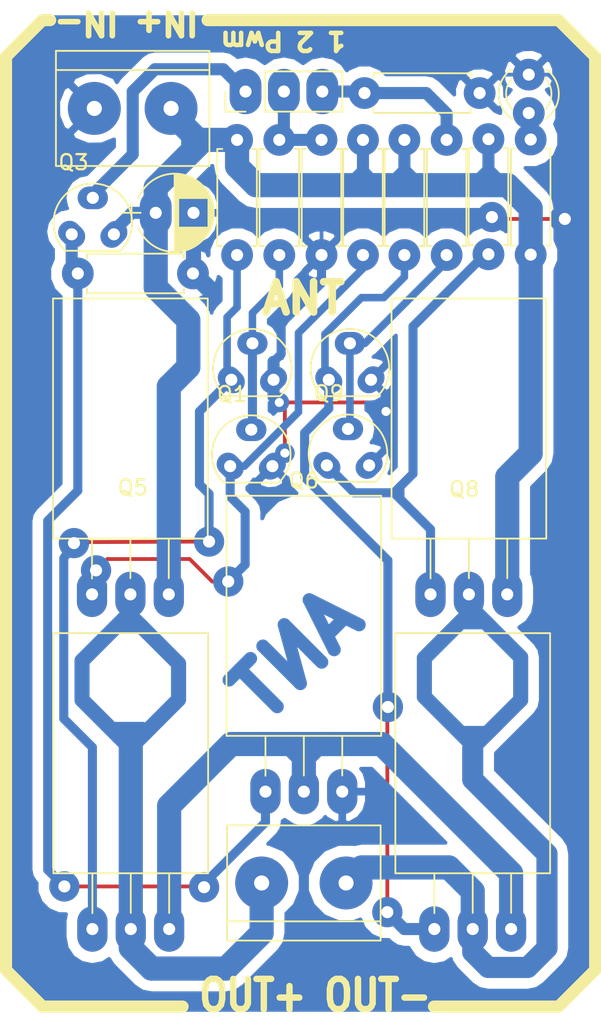
<source format=kicad_pcb>
(kicad_pcb (version 4) (host pcbnew 4.0.7)

  (general
    (links 45)
    (no_connects 0)
    (area 80.879999 63.8397 120.669001 131.3779)
    (thickness 1.6)
    (drawings 15)
    (tracks 271)
    (zones 0)
    (modules 25)
    (nets 17)
  )

  (page A4)
  (layers
    (0 F.Cu signal)
    (31 B.Cu signal)
    (32 B.Adhes user)
    (33 F.Adhes user)
    (34 B.Paste user)
    (35 F.Paste user)
    (36 B.SilkS user)
    (37 F.SilkS user)
    (38 B.Mask user)
    (39 F.Mask user)
    (40 Dwgs.User user)
    (41 Cmts.User user)
    (42 Eco1.User user)
    (43 Eco2.User user)
    (44 Edge.Cuts user)
    (45 Margin user)
    (46 B.CrtYd user)
    (47 F.CrtYd user)
    (48 B.Fab user)
    (49 F.Fab user)
  )

  (setup
    (last_trace_width 0.25)
    (user_trace_width 0.5)
    (user_trace_width 0.6)
    (user_trace_width 0.8)
    (user_trace_width 1)
    (user_trace_width 1.2)
    (user_trace_width 1.4)
    (user_trace_width 1.6)
    (user_trace_width 1.7)
    (trace_clearance 0.2)
    (zone_clearance 0.708)
    (zone_45_only yes)
    (trace_min 0.2)
    (segment_width 0.8)
    (edge_width 0.15)
    (via_size 0.6)
    (via_drill 0.4)
    (via_min_size 0.4)
    (via_min_drill 0.3)
    (user_via 1.3 0.6)
    (user_via 2 0.8)
    (uvia_size 0.3)
    (uvia_drill 0.1)
    (uvias_allowed no)
    (uvia_min_size 0.2)
    (uvia_min_drill 0.1)
    (pcb_text_width 0.3)
    (pcb_text_size 1.5 1.5)
    (mod_edge_width 0.15)
    (mod_text_size 1 1)
    (mod_text_width 0.15)
    (pad_size 3 2.1)
    (pad_drill 0.8)
    (pad_to_mask_clearance 0.2)
    (aux_axis_origin 0 0)
    (visible_elements 7FFFFFFF)
    (pcbplotparams
      (layerselection 0x00030_80000001)
      (usegerberextensions false)
      (excludeedgelayer true)
      (linewidth 0.100000)
      (plotframeref false)
      (viasonmask false)
      (mode 1)
      (useauxorigin false)
      (hpglpennumber 1)
      (hpglpenspeed 20)
      (hpglpendiameter 15)
      (hpglpenoverlay 2)
      (psnegative false)
      (psa4output false)
      (plotreference true)
      (plotvalue true)
      (plotinvisibletext false)
      (padsonsilk false)
      (subtractmaskfromsilk false)
      (outputformat 1)
      (mirror false)
      (drillshape 1)
      (scaleselection 1)
      (outputdirectory ""))
  )

  (net 0 "")
  (net 1 /PWM)
  (net 2 /IN1)
  (net 3 /IN2)
  (net 4 /12V)
  (net 5 GND)
  (net 6 /OUT1)
  (net 7 /OUT2)
  (net 8 "Net-(Q1-Pad1)")
  (net 9 "Net-(Q2-Pad1)")
  (net 10 "Net-(Q3-Pad1)")
  (net 11 "Net-(Q5-Pad3)")
  (net 12 "Net-(Q7-Pad1)")
  (net 13 "Net-(Q10-Pad1)")
  (net 14 "Net-(Q10-Pad2)")
  (net 15 "Net-(1k1-Pad1)")
  (net 16 "Net-(D1-Pad2)")

  (net_class Default "This is the default net class."
    (clearance 0.2)
    (trace_width 0.25)
    (via_dia 0.6)
    (via_drill 0.4)
    (uvia_dia 0.3)
    (uvia_drill 0.1)
    (add_net /12V)
    (add_net /IN1)
    (add_net /IN2)
    (add_net /OUT1)
    (add_net /OUT2)
    (add_net /PWM)
    (add_net GND)
    (add_net "Net-(1k1-Pad1)")
    (add_net "Net-(D1-Pad2)")
    (add_net "Net-(Q1-Pad1)")
    (add_net "Net-(Q10-Pad1)")
    (add_net "Net-(Q10-Pad2)")
    (add_net "Net-(Q2-Pad1)")
    (add_net "Net-(Q3-Pad1)")
    (add_net "Net-(Q5-Pad3)")
    (add_net "Net-(Q7-Pad1)")
  )

  (module TO_SOT_Packages_THT:TO-220_Horizontal (layer F.Cu) (tedit 5C2F3A6B) (tstamp 5C272D18)
    (at 86.995 125.1712)
    (descr "TO-220, Horizontal, RM 2.54mm")
    (tags "TO-220 Horizontal RM 2.54mm")
    (path /5C23C3DC)
    (fp_text reference Q5 (at 2.6797 -29.21) (layer F.SilkS)
      (effects (font (size 1 1) (thickness 0.15)))
    )
    (fp_text value IRF540N (at 2.6035 -9.2456) (layer F.Fab)
      (effects (font (size 1 1) (thickness 0.15)))
    )
    (fp_text user %R (at 2.7559 -27.8003) (layer F.Fab)
      (effects (font (size 1 1) (thickness 0.15)))
    )
    (fp_line (start -2.46 -13.06) (end -2.46 -19.46) (layer F.Fab) (width 0.1))
    (fp_line (start -2.46 -19.46) (end 7.54 -19.46) (layer F.Fab) (width 0.1))
    (fp_line (start 7.54 -19.46) (end 7.54 -13.06) (layer F.Fab) (width 0.1))
    (fp_line (start 7.54 -13.06) (end -2.46 -13.06) (layer F.Fab) (width 0.1))
    (fp_line (start -2.46 -3.81) (end -2.46 -13.06) (layer F.Fab) (width 0.1))
    (fp_line (start -2.46 -13.06) (end 7.54 -13.06) (layer F.Fab) (width 0.1))
    (fp_line (start 7.54 -13.06) (end 7.54 -3.81) (layer F.Fab) (width 0.1))
    (fp_line (start 7.54 -3.81) (end -2.46 -3.81) (layer F.Fab) (width 0.1))
    (fp_line (start 0 -3.81) (end 0 0) (layer F.Fab) (width 0.1))
    (fp_line (start 2.54 -3.81) (end 2.54 0) (layer F.Fab) (width 0.1))
    (fp_line (start 5.08 -3.81) (end 5.08 0) (layer F.Fab) (width 0.1))
    (fp_line (start -2.58 -3.69) (end 7.66 -3.69) (layer F.SilkS) (width 0.12))
    (fp_line (start -2.58 -19.58) (end 7.66 -19.58) (layer F.SilkS) (width 0.12))
    (fp_line (start -2.58 -19.58) (end -2.58 -3.69) (layer F.SilkS) (width 0.12))
    (fp_line (start 7.66 -19.58) (end 7.66 -3.69) (layer F.SilkS) (width 0.12))
    (fp_line (start 0 -3.69) (end 0 -1.05) (layer F.SilkS) (width 0.12))
    (fp_line (start 2.54 -3.69) (end 2.54 -1.066) (layer F.SilkS) (width 0.12))
    (fp_line (start 5.08 -3.69) (end 5.08 -1.066) (layer F.SilkS) (width 0.12))
    (fp_line (start -2.71 -19.71) (end -2.71 1.15) (layer F.CrtYd) (width 0.05))
    (fp_line (start -2.71 1.15) (end 7.79 1.15) (layer F.CrtYd) (width 0.05))
    (fp_line (start 7.79 1.15) (end 7.79 -19.71) (layer F.CrtYd) (width 0.05))
    (fp_line (start 7.79 -19.71) (end -2.71 -19.71) (layer F.CrtYd) (width 0.05))
    (fp_circle (center 2.54 -16.66) (end 4.39 -16.66) (layer F.Fab) (width 0.1))
    (pad "" np_thru_hole circle (at 2.54 -16.4846) (size 4.5 4.5) (drill 4.5) (layers *.Cu *.Mask))
    (pad 1 thru_hole oval (at 0 0) (size 2 3) (drill 0.8) (layers *.Cu *.Mask)
      (net 9 "Net-(Q2-Pad1)"))
    (pad 2 thru_hole oval (at 2.54 0) (size 2 3) (drill 0.8) (layers *.Cu *.Mask)
      (net 6 /OUT1))
    (pad 3 thru_hole oval (at 5.08 0) (size 2 3) (drill 0.8) (layers *.Cu *.Mask)
      (net 11 "Net-(Q5-Pad3)"))
    (model ${KISYS3DMOD}/TO_SOT_Packages_THT.3dshapes/TO-220_Horizontal.wrl
      (at (xyz 0.1 0 0))
      (scale (xyz 0.393701 0.393701 0.393701))
      (rotate (xyz 0 0 0))
    )
  )

  (module modFiles:BC547 (layer F.Cu) (tedit 5C29C81F) (tstamp 5C272DB8)
    (at 85.7504 78.4352)
    (descr "TO-92 leads molded, narrow, oval pads, drill 0.8mm (see NXP sot054_po.pdf)")
    (tags "to-92 sc-43 sc-43a sot54 PA33 transistor")
    (path /5C2F049B)
    (fp_text reference Q3 (at 0 -4) (layer F.SilkS)
      (effects (font (size 1 1) (thickness 0.15)))
    )
    (fp_text value BC557 (at 3.3909 3.5179) (layer F.Fab) hide
      (effects (font (size 1 1) (thickness 0.15)))
    )
    (fp_text user %R (at 0 -4) (layer F.Fab) hide
      (effects (font (size 1 1) (thickness 0.15)))
    )
    (fp_line (start -0.53 1.85) (end 3.07 1.85) (layer F.SilkS) (width 0.12))
    (fp_line (start -0.5 1.75) (end 3 1.75) (layer F.Fab) (width 0.1))
    (fp_line (start -1.46 -2.73) (end 4 -2.73) (layer F.CrtYd) (width 0.05))
    (fp_line (start -1.46 -2.73) (end -1.46 2.01) (layer F.CrtYd) (width 0.05))
    (fp_line (start 4 2.01) (end 4 -2.73) (layer F.CrtYd) (width 0.05))
    (fp_line (start 4 2.01) (end -1.46 2.01) (layer F.CrtYd) (width 0.05))
    (fp_arc (start 1.27 0) (end 1.27 -2.48) (angle 135) (layer F.Fab) (width 0.1))
    (fp_arc (start 1.27 0) (end 1.27 -2.6) (angle -135) (layer F.SilkS) (width 0.12))
    (fp_arc (start 1.27 0) (end 1.27 -2.48) (angle -135) (layer F.Fab) (width 0.1))
    (fp_arc (start 1.27 0) (end 1.27 -2.6) (angle 135) (layer F.SilkS) (width 0.12))
    (pad 2 thru_hole oval (at 1.27 -1.651 90) (size 1.5 2) (drill 0.8) (layers *.Cu *.Mask)
      (net 1 /PWM))
    (pad 1 thru_hole oval (at -0.127 0.762 45) (size 1.5 1.9) (drill 0.8) (layers *.Cu *.Mask)
      (net 10 "Net-(Q3-Pad1)"))
    (pad 3 thru_hole oval (at 2.667 0.762 45) (size 1.9 1.5) (drill 0.8) (layers *.Cu *.Mask)
      (net 4 /12V))
    (model ${KISYS3DMOD}/TO_SOT_Packages_THT.3dshapes/TO-92_Molded_Narrow_Oval.wrl
      (at (xyz 0.05 -0.01 0))
      (scale (xyz 1.12 1 1))
      (rotate (xyz 0 0 -90))
    )
  )

  (module modFiles:Connector_Bornier_2 (layer F.Cu) (tedit 5C2F0679) (tstamp 5C23C7C6)
    (at 98.4504 122.1232)
    (descr "Bornier d'alimentation 2 pins")
    (tags DEV)
    (path /5C23C0C3)
    (fp_text reference J3 (at 2.54 -5.08) (layer F.SilkS) hide
      (effects (font (size 1 1) (thickness 0.15)))
    )
    (fp_text value Out (at 2.54 5.08) (layer F.Fab) hide
      (effects (font (size 1 1) (thickness 0.15)))
    )
    (fp_line (start -2.41 2.55) (end 7.49 2.55) (layer F.Fab) (width 0.1))
    (fp_line (start -2.46 -3.75) (end -2.46 3.75) (layer F.Fab) (width 0.1))
    (fp_line (start -2.46 3.75) (end 7.54 3.75) (layer F.Fab) (width 0.1))
    (fp_line (start 7.54 3.75) (end 7.54 -3.75) (layer F.Fab) (width 0.1))
    (fp_line (start 7.54 -3.75) (end -2.46 -3.75) (layer F.Fab) (width 0.1))
    (fp_line (start 7.62 2.54) (end -2.54 2.54) (layer F.SilkS) (width 0.12))
    (fp_line (start 7.62 3.81) (end 7.62 -3.81) (layer F.SilkS) (width 0.12))
    (fp_line (start 7.62 -3.81) (end -2.54 -3.81) (layer F.SilkS) (width 0.12))
    (fp_line (start -2.54 -3.81) (end -2.54 3.81) (layer F.SilkS) (width 0.12))
    (fp_line (start -2.54 3.81) (end 7.62 3.81) (layer F.SilkS) (width 0.12))
    (fp_line (start -2.71 -4) (end 7.79 -4) (layer F.CrtYd) (width 0.05))
    (fp_line (start -2.71 -4) (end -2.71 4) (layer F.CrtYd) (width 0.05))
    (fp_line (start 7.79 4) (end 7.79 -4) (layer F.CrtYd) (width 0.05))
    (fp_line (start 7.79 4) (end -2.71 4) (layer F.CrtYd) (width 0.05))
    (pad 1 thru_hole circle (at -0.254 0) (size 3.5 3.5) (drill 1) (layers *.Cu *.Mask)
      (net 6 /OUT1))
    (pad 2 thru_hole circle (at 5.334 0) (size 3.5 3.5) (drill 1) (layers *.Cu *.Mask)
      (net 7 /OUT2))
    (model _3D/Used/Pheonix_MKDS1.5-2pol.wrl
      (at (xyz 0.1 0 0))
      (scale (xyz 1 1 1))
      (rotate (xyz 0 0 0))
    )
  )

  (module modFiles:Resistor_small (layer F.Cu) (tedit 5C29C7EC) (tstamp 5C23C842)
    (at 112.6236 69.85 180)
    (descr "Resistor, Axial_DIN0207 series, Axial, Horizontal, pin pitch=7.62mm, 0.25W = 1/4W, length*diameter=6.3*2.5mm^2, http://cdn-reichelt.de/documents/datenblatt/B400/1_4W%23YAG.pdf")
    (tags "Resistor Axial_DIN0207 series Axial Horizontal pin pitch 7.62mm 0.25W = 1/4W length 6.3mm diameter 2.5mm")
    (path /5C23CCCB)
    (fp_text reference R9 (at 3.81 -2.31 180) (layer F.SilkS) hide
      (effects (font (size 1 1) (thickness 0.15)))
    )
    (fp_text value 10k (at 3.8227 0 180) (layer F.Fab)
      (effects (font (size 1 1) (thickness 0.15)))
    )
    (fp_line (start 0.66 -1.25) (end 0.66 1.25) (layer F.Fab) (width 0.1))
    (fp_line (start 0.66 1.25) (end 6.96 1.25) (layer F.Fab) (width 0.1))
    (fp_line (start 6.96 1.25) (end 6.96 -1.25) (layer F.Fab) (width 0.1))
    (fp_line (start 6.96 -1.25) (end 0.66 -1.25) (layer F.Fab) (width 0.1))
    (fp_line (start 0 0) (end 0.66 0) (layer F.Fab) (width 0.1))
    (fp_line (start 7.62 0) (end 6.96 0) (layer F.Fab) (width 0.1))
    (fp_line (start 0.6 -0.98) (end 0.6 -1.31) (layer F.SilkS) (width 0.12))
    (fp_line (start 0.6 -1.31) (end 7.02 -1.31) (layer F.SilkS) (width 0.12))
    (fp_line (start 7.02 -1.31) (end 7.02 -0.98) (layer F.SilkS) (width 0.12))
    (fp_line (start 0.6 0.98) (end 0.6 1.31) (layer F.SilkS) (width 0.12))
    (fp_line (start 0.6 1.31) (end 7.02 1.31) (layer F.SilkS) (width 0.12))
    (fp_line (start 7.02 1.31) (end 7.02 0.98) (layer F.SilkS) (width 0.12))
    (fp_line (start -1.05 -1.6) (end -1.05 1.6) (layer F.CrtYd) (width 0.05))
    (fp_line (start -1.05 1.6) (end 8.7 1.6) (layer F.CrtYd) (width 0.05))
    (fp_line (start 8.7 1.6) (end 8.7 -1.6) (layer F.CrtYd) (width 0.05))
    (fp_line (start 8.7 -1.6) (end -1.05 -1.6) (layer F.CrtYd) (width 0.05))
    (pad 1 thru_hole circle (at 0 0 180) (size 2.1 2.1) (drill 0.8) (layers *.Cu *.Mask)
      (net 5 GND))
    (pad 2 thru_hole circle (at 7.62 0 180) (size 2.1 2.1) (drill 0.8) (layers *.Cu *.Mask)
      (net 3 /IN2))
    (model _3D/Used/R_Axial_DIN0207_L6.3mm_D2.5mm_P7.62mm_Horizontal.wrl
      (at (xyz 0 0 0))
      (scale (xyz 0.393701 0.393701 0.393701))
      (rotate (xyz 0 0 0))
    )
  )

  (module modFiles:Capacitor_10uF (layer F.Cu) (tedit 5C2F3BCE) (tstamp 5C27914D)
    (at 91.186 77.7748)
    (descr "CP, Radial series, Radial, pin pitch=2.50mm, , diameter=5mm, Electrolytic Capacitor")
    (tags "CP Radial series Radial pin pitch 2.50mm  diameter 5mm Electrolytic Capacitor")
    (path /5C2797E8)
    (fp_text reference C1 (at 1.25 -3.56) (layer F.SilkS) hide
      (effects (font (size 1 1) (thickness 0.15)))
    )
    (fp_text value 10uf (at 1.25 3.56) (layer F.Fab) hide
      (effects (font (size 1 1) (thickness 0.15)))
    )
    (fp_arc (start 1.25 0) (end -1.147436 -0.98) (angle 135.5) (layer F.SilkS) (width 0.12))
    (fp_arc (start 1.25 0) (end -1.147436 0.98) (angle -135.5) (layer F.SilkS) (width 0.12))
    (fp_arc (start 1.25 0) (end 3.647436 -0.98) (angle 44.5) (layer F.SilkS) (width 0.12))
    (fp_circle (center 1.25 0) (end 3.75 0) (layer F.Fab) (width 0.1))
    (fp_line (start -2.2 0) (end -1 0) (layer F.Fab) (width 0.1))
    (fp_line (start -1.6 -0.65) (end -1.6 0.65) (layer F.Fab) (width 0.1))
    (fp_line (start 1.25 -2.55) (end 1.25 2.55) (layer F.SilkS) (width 0.12))
    (fp_line (start 1.29 -2.55) (end 1.29 2.55) (layer F.SilkS) (width 0.12))
    (fp_line (start 1.33 -2.549) (end 1.33 2.549) (layer F.SilkS) (width 0.12))
    (fp_line (start 1.37 -2.548) (end 1.37 2.548) (layer F.SilkS) (width 0.12))
    (fp_line (start 1.41 -2.546) (end 1.41 2.546) (layer F.SilkS) (width 0.12))
    (fp_line (start 1.45 -2.543) (end 1.45 2.543) (layer F.SilkS) (width 0.12))
    (fp_line (start 1.49 -2.539) (end 1.49 2.539) (layer F.SilkS) (width 0.12))
    (fp_line (start 1.53 -2.535) (end 1.53 -0.98) (layer F.SilkS) (width 0.12))
    (fp_line (start 1.53 0.98) (end 1.53 2.535) (layer F.SilkS) (width 0.12))
    (fp_line (start 1.57 -2.531) (end 1.57 -0.98) (layer F.SilkS) (width 0.12))
    (fp_line (start 1.57 0.98) (end 1.57 2.531) (layer F.SilkS) (width 0.12))
    (fp_line (start 1.61 -2.525) (end 1.61 -0.98) (layer F.SilkS) (width 0.12))
    (fp_line (start 1.61 0.98) (end 1.61 2.525) (layer F.SilkS) (width 0.12))
    (fp_line (start 1.65 -2.519) (end 1.65 -0.98) (layer F.SilkS) (width 0.12))
    (fp_line (start 1.65 0.98) (end 1.65 2.519) (layer F.SilkS) (width 0.12))
    (fp_line (start 1.69 -2.513) (end 1.69 -0.98) (layer F.SilkS) (width 0.12))
    (fp_line (start 1.69 0.98) (end 1.69 2.513) (layer F.SilkS) (width 0.12))
    (fp_line (start 1.73 -2.506) (end 1.73 -0.98) (layer F.SilkS) (width 0.12))
    (fp_line (start 1.73 0.98) (end 1.73 2.506) (layer F.SilkS) (width 0.12))
    (fp_line (start 1.77 -2.498) (end 1.77 -0.98) (layer F.SilkS) (width 0.12))
    (fp_line (start 1.77 0.98) (end 1.77 2.498) (layer F.SilkS) (width 0.12))
    (fp_line (start 1.81 -2.489) (end 1.81 -0.98) (layer F.SilkS) (width 0.12))
    (fp_line (start 1.81 0.98) (end 1.81 2.489) (layer F.SilkS) (width 0.12))
    (fp_line (start 1.85 -2.48) (end 1.85 -0.98) (layer F.SilkS) (width 0.12))
    (fp_line (start 1.85 0.98) (end 1.85 2.48) (layer F.SilkS) (width 0.12))
    (fp_line (start 1.89 -2.47) (end 1.89 -0.98) (layer F.SilkS) (width 0.12))
    (fp_line (start 1.89 0.98) (end 1.89 2.47) (layer F.SilkS) (width 0.12))
    (fp_line (start 1.93 -2.46) (end 1.93 -0.98) (layer F.SilkS) (width 0.12))
    (fp_line (start 1.93 0.98) (end 1.93 2.46) (layer F.SilkS) (width 0.12))
    (fp_line (start 1.971 -2.448) (end 1.971 -0.98) (layer F.SilkS) (width 0.12))
    (fp_line (start 1.971 0.98) (end 1.971 2.448) (layer F.SilkS) (width 0.12))
    (fp_line (start 2.011 -2.436) (end 2.011 -0.98) (layer F.SilkS) (width 0.12))
    (fp_line (start 2.011 0.98) (end 2.011 2.436) (layer F.SilkS) (width 0.12))
    (fp_line (start 2.051 -2.424) (end 2.051 -0.98) (layer F.SilkS) (width 0.12))
    (fp_line (start 2.051 0.98) (end 2.051 2.424) (layer F.SilkS) (width 0.12))
    (fp_line (start 2.091 -2.41) (end 2.091 -0.98) (layer F.SilkS) (width 0.12))
    (fp_line (start 2.091 0.98) (end 2.091 2.41) (layer F.SilkS) (width 0.12))
    (fp_line (start 2.131 -2.396) (end 2.131 -0.98) (layer F.SilkS) (width 0.12))
    (fp_line (start 2.131 0.98) (end 2.131 2.396) (layer F.SilkS) (width 0.12))
    (fp_line (start 2.171 -2.382) (end 2.171 -0.98) (layer F.SilkS) (width 0.12))
    (fp_line (start 2.171 0.98) (end 2.171 2.382) (layer F.SilkS) (width 0.12))
    (fp_line (start 2.211 -2.366) (end 2.211 -0.98) (layer F.SilkS) (width 0.12))
    (fp_line (start 2.211 0.98) (end 2.211 2.366) (layer F.SilkS) (width 0.12))
    (fp_line (start 2.251 -2.35) (end 2.251 -0.98) (layer F.SilkS) (width 0.12))
    (fp_line (start 2.251 0.98) (end 2.251 2.35) (layer F.SilkS) (width 0.12))
    (fp_line (start 2.291 -2.333) (end 2.291 -0.98) (layer F.SilkS) (width 0.12))
    (fp_line (start 2.291 0.98) (end 2.291 2.333) (layer F.SilkS) (width 0.12))
    (fp_line (start 2.331 -2.315) (end 2.331 -0.98) (layer F.SilkS) (width 0.12))
    (fp_line (start 2.331 0.98) (end 2.331 2.315) (layer F.SilkS) (width 0.12))
    (fp_line (start 2.371 -2.296) (end 2.371 -0.98) (layer F.SilkS) (width 0.12))
    (fp_line (start 2.371 0.98) (end 2.371 2.296) (layer F.SilkS) (width 0.12))
    (fp_line (start 2.411 -2.276) (end 2.411 -0.98) (layer F.SilkS) (width 0.12))
    (fp_line (start 2.411 0.98) (end 2.411 2.276) (layer F.SilkS) (width 0.12))
    (fp_line (start 2.451 -2.256) (end 2.451 -0.98) (layer F.SilkS) (width 0.12))
    (fp_line (start 2.451 0.98) (end 2.451 2.256) (layer F.SilkS) (width 0.12))
    (fp_line (start 2.491 -2.234) (end 2.491 -0.98) (layer F.SilkS) (width 0.12))
    (fp_line (start 2.491 0.98) (end 2.491 2.234) (layer F.SilkS) (width 0.12))
    (fp_line (start 2.531 -2.212) (end 2.531 -0.98) (layer F.SilkS) (width 0.12))
    (fp_line (start 2.531 0.98) (end 2.531 2.212) (layer F.SilkS) (width 0.12))
    (fp_line (start 2.571 -2.189) (end 2.571 -0.98) (layer F.SilkS) (width 0.12))
    (fp_line (start 2.571 0.98) (end 2.571 2.189) (layer F.SilkS) (width 0.12))
    (fp_line (start 2.611 -2.165) (end 2.611 -0.98) (layer F.SilkS) (width 0.12))
    (fp_line (start 2.611 0.98) (end 2.611 2.165) (layer F.SilkS) (width 0.12))
    (fp_line (start 2.651 -2.14) (end 2.651 -0.98) (layer F.SilkS) (width 0.12))
    (fp_line (start 2.651 0.98) (end 2.651 2.14) (layer F.SilkS) (width 0.12))
    (fp_line (start 2.691 -2.113) (end 2.691 -0.98) (layer F.SilkS) (width 0.12))
    (fp_line (start 2.691 0.98) (end 2.691 2.113) (layer F.SilkS) (width 0.12))
    (fp_line (start 2.731 -2.086) (end 2.731 -0.98) (layer F.SilkS) (width 0.12))
    (fp_line (start 2.731 0.98) (end 2.731 2.086) (layer F.SilkS) (width 0.12))
    (fp_line (start 2.771 -2.058) (end 2.771 -0.98) (layer F.SilkS) (width 0.12))
    (fp_line (start 2.771 0.98) (end 2.771 2.058) (layer F.SilkS) (width 0.12))
    (fp_line (start 2.811 -2.028) (end 2.811 -0.98) (layer F.SilkS) (width 0.12))
    (fp_line (start 2.811 0.98) (end 2.811 2.028) (layer F.SilkS) (width 0.12))
    (fp_line (start 2.851 -1.997) (end 2.851 -0.98) (layer F.SilkS) (width 0.12))
    (fp_line (start 2.851 0.98) (end 2.851 1.997) (layer F.SilkS) (width 0.12))
    (fp_line (start 2.891 -1.965) (end 2.891 -0.98) (layer F.SilkS) (width 0.12))
    (fp_line (start 2.891 0.98) (end 2.891 1.965) (layer F.SilkS) (width 0.12))
    (fp_line (start 2.931 -1.932) (end 2.931 -0.98) (layer F.SilkS) (width 0.12))
    (fp_line (start 2.931 0.98) (end 2.931 1.932) (layer F.SilkS) (width 0.12))
    (fp_line (start 2.971 -1.897) (end 2.971 -0.98) (layer F.SilkS) (width 0.12))
    (fp_line (start 2.971 0.98) (end 2.971 1.897) (layer F.SilkS) (width 0.12))
    (fp_line (start 3.011 -1.861) (end 3.011 -0.98) (layer F.SilkS) (width 0.12))
    (fp_line (start 3.011 0.98) (end 3.011 1.861) (layer F.SilkS) (width 0.12))
    (fp_line (start 3.051 -1.823) (end 3.051 -0.98) (layer F.SilkS) (width 0.12))
    (fp_line (start 3.051 0.98) (end 3.051 1.823) (layer F.SilkS) (width 0.12))
    (fp_line (start 3.091 -1.783) (end 3.091 -0.98) (layer F.SilkS) (width 0.12))
    (fp_line (start 3.091 0.98) (end 3.091 1.783) (layer F.SilkS) (width 0.12))
    (fp_line (start 3.131 -1.742) (end 3.131 -0.98) (layer F.SilkS) (width 0.12))
    (fp_line (start 3.131 0.98) (end 3.131 1.742) (layer F.SilkS) (width 0.12))
    (fp_line (start 3.171 -1.699) (end 3.171 -0.98) (layer F.SilkS) (width 0.12))
    (fp_line (start 3.171 0.98) (end 3.171 1.699) (layer F.SilkS) (width 0.12))
    (fp_line (start 3.211 -1.654) (end 3.211 -0.98) (layer F.SilkS) (width 0.12))
    (fp_line (start 3.211 0.98) (end 3.211 1.654) (layer F.SilkS) (width 0.12))
    (fp_line (start 3.251 -1.606) (end 3.251 -0.98) (layer F.SilkS) (width 0.12))
    (fp_line (start 3.251 0.98) (end 3.251 1.606) (layer F.SilkS) (width 0.12))
    (fp_line (start 3.291 -1.556) (end 3.291 -0.98) (layer F.SilkS) (width 0.12))
    (fp_line (start 3.291 0.98) (end 3.291 1.556) (layer F.SilkS) (width 0.12))
    (fp_line (start 3.331 -1.504) (end 3.331 -0.98) (layer F.SilkS) (width 0.12))
    (fp_line (start 3.331 0.98) (end 3.331 1.504) (layer F.SilkS) (width 0.12))
    (fp_line (start 3.371 -1.448) (end 3.371 -0.98) (layer F.SilkS) (width 0.12))
    (fp_line (start 3.371 0.98) (end 3.371 1.448) (layer F.SilkS) (width 0.12))
    (fp_line (start 3.411 -1.39) (end 3.411 -0.98) (layer F.SilkS) (width 0.12))
    (fp_line (start 3.411 0.98) (end 3.411 1.39) (layer F.SilkS) (width 0.12))
    (fp_line (start 3.451 -1.327) (end 3.451 -0.98) (layer F.SilkS) (width 0.12))
    (fp_line (start 3.451 0.98) (end 3.451 1.327) (layer F.SilkS) (width 0.12))
    (fp_line (start 3.491 -1.261) (end 3.491 1.261) (layer F.SilkS) (width 0.12))
    (fp_line (start 3.531 -1.189) (end 3.531 1.189) (layer F.SilkS) (width 0.12))
    (fp_line (start 3.571 -1.112) (end 3.571 1.112) (layer F.SilkS) (width 0.12))
    (fp_line (start 3.611 -1.028) (end 3.611 1.028) (layer F.SilkS) (width 0.12))
    (fp_line (start 3.651 -0.934) (end 3.651 0.934) (layer F.SilkS) (width 0.12))
    (fp_line (start 3.691 -0.829) (end 3.691 0.829) (layer F.SilkS) (width 0.12))
    (fp_line (start 3.731 -0.707) (end 3.731 0.707) (layer F.SilkS) (width 0.12))
    (fp_line (start 3.771 -0.559) (end 3.771 0.559) (layer F.SilkS) (width 0.12))
    (fp_line (start 3.811 -0.354) (end 3.811 0.354) (layer F.SilkS) (width 0.12))
    (fp_line (start -2.2 0) (end -1 0) (layer F.SilkS) (width 0.12))
    (fp_line (start -1.6 -0.65) (end -1.6 0.65) (layer F.SilkS) (width 0.12))
    (fp_line (start -1.6 -2.85) (end -1.6 2.85) (layer F.CrtYd) (width 0.05))
    (fp_line (start -1.6 2.85) (end 4.1 2.85) (layer F.CrtYd) (width 0.05))
    (fp_line (start 4.1 2.85) (end 4.1 -2.85) (layer F.CrtYd) (width 0.05))
    (fp_line (start 4.1 -2.85) (end -1.6 -2.85) (layer F.CrtYd) (width 0.05))
    (pad 1 thru_hole oval (at 0 0) (size 2.1 3) (drill 0.8) (layers *.Cu *.Mask)
      (net 4 /12V))
    (pad 2 thru_hole oval (at 2.5 0) (size 2.1 3) (drill 0.8) (layers *.Cu *.Mask)
      (net 5 GND))
    (model _3D/Used/CP_Radial_D5.0mm_P2.50mm.wrl
      (at (xyz 0 0 0))
      (scale (xyz 0.333701 0.333701 0.393701))
      (rotate (xyz 0 0 0))
    )
  )

  (module modFiles:BC547 (layer F.Cu) (tedit 5C29C879) (tstamp 5C23C7CD)
    (at 96.2406 93.7768)
    (descr "TO-92 leads molded, narrow, oval pads, drill 0.8mm (see NXP sot054_po.pdf)")
    (tags "to-92 sc-43 sc-43a sot54 PA33 transistor")
    (path /5C23C511)
    (fp_text reference Q1 (at 0 -4) (layer F.SilkS)
      (effects (font (size 1 1) (thickness 0.15)))
    )
    (fp_text value BC547 (at 1.27 2.667) (layer F.Fab) hide
      (effects (font (size 1 1) (thickness 0.15)))
    )
    (fp_text user %R (at 0 -4) (layer F.Fab) hide
      (effects (font (size 1 1) (thickness 0.15)))
    )
    (fp_line (start -0.53 1.85) (end 3.07 1.85) (layer F.SilkS) (width 0.12))
    (fp_line (start -0.5 1.75) (end 3 1.75) (layer F.Fab) (width 0.1))
    (fp_line (start -1.46 -2.73) (end 4 -2.73) (layer F.CrtYd) (width 0.05))
    (fp_line (start -1.46 -2.73) (end -1.46 2.01) (layer F.CrtYd) (width 0.05))
    (fp_line (start 4 2.01) (end 4 -2.73) (layer F.CrtYd) (width 0.05))
    (fp_line (start 4 2.01) (end -1.46 2.01) (layer F.CrtYd) (width 0.05))
    (fp_arc (start 1.27 0) (end 1.27 -2.48) (angle 135) (layer F.Fab) (width 0.1))
    (fp_arc (start 1.27 0) (end 1.27 -2.6) (angle -135) (layer F.SilkS) (width 0.12))
    (fp_arc (start 1.27 0) (end 1.27 -2.48) (angle -135) (layer F.Fab) (width 0.1))
    (fp_arc (start 1.27 0) (end 1.27 -2.6) (angle 135) (layer F.SilkS) (width 0.12))
    (pad 2 thru_hole oval (at 1.27 -1.651 90) (size 1.5 2) (drill 0.8) (layers *.Cu *.Mask)
      (net 15 "Net-(1k1-Pad1)"))
    (pad 1 thru_hole oval (at -0.127 0.762 45) (size 1.5 1.9) (drill 0.8) (layers *.Cu *.Mask)
      (net 8 "Net-(Q1-Pad1)"))
    (pad 3 thru_hole oval (at 2.667 0.762 45) (size 1.9 1.5) (drill 0.8) (layers *.Cu *.Mask)
      (net 5 GND))
    (model ${KISYS3DMOD}/TO_SOT_Packages_THT.3dshapes/TO-92_Molded_Narrow_Oval.wrl
      (at (xyz 0.05 -0.01 0))
      (scale (xyz 1.12 1 1))
      (rotate (xyz 0 0 -90))
    )
  )

  (module TO_SOT_Packages_THT:TO-220_Horizontal (layer F.Cu) (tedit 5C29DD00) (tstamp 5C272D26)
    (at 109.3724 103.0224)
    (descr "TO-220, Horizontal, RM 2.54mm")
    (tags "TO-220 Horizontal RM 2.54mm")
    (path /5C23CCB8)
    (fp_text reference Q7 (at 2.54 -20.58) (layer F.SilkS) hide
      (effects (font (size 1 1) (thickness 0.15)))
    )
    (fp_text value IRF9540N (at 2.4892 -11.43) (layer F.Fab)
      (effects (font (size 1 1) (thickness 0.15)))
    )
    (fp_text user %R (at 2.54 -20.58) (layer F.Fab) hide
      (effects (font (size 1 1) (thickness 0.15)))
    )
    (fp_line (start -2.46 -13.06) (end -2.46 -19.46) (layer F.Fab) (width 0.1))
    (fp_line (start -2.46 -19.46) (end 7.54 -19.46) (layer F.Fab) (width 0.1))
    (fp_line (start 7.54 -19.46) (end 7.54 -13.06) (layer F.Fab) (width 0.1))
    (fp_line (start 7.54 -13.06) (end -2.46 -13.06) (layer F.Fab) (width 0.1))
    (fp_line (start -2.46 -3.81) (end -2.46 -13.06) (layer F.Fab) (width 0.1))
    (fp_line (start -2.46 -13.06) (end 7.54 -13.06) (layer F.Fab) (width 0.1))
    (fp_line (start 7.54 -13.06) (end 7.54 -3.81) (layer F.Fab) (width 0.1))
    (fp_line (start 7.54 -3.81) (end -2.46 -3.81) (layer F.Fab) (width 0.1))
    (fp_line (start 0 -3.81) (end 0 0) (layer F.Fab) (width 0.1))
    (fp_line (start 2.54 -3.81) (end 2.54 0) (layer F.Fab) (width 0.1))
    (fp_line (start 5.08 -3.81) (end 5.08 0) (layer F.Fab) (width 0.1))
    (fp_line (start -2.58 -3.69) (end 7.66 -3.69) (layer F.SilkS) (width 0.12))
    (fp_line (start -2.58 -19.58) (end 7.66 -19.58) (layer F.SilkS) (width 0.12))
    (fp_line (start -2.58 -19.58) (end -2.58 -3.69) (layer F.SilkS) (width 0.12))
    (fp_line (start 7.66 -19.58) (end 7.66 -3.69) (layer F.SilkS) (width 0.12))
    (fp_line (start 0 -3.69) (end 0 -1.05) (layer F.SilkS) (width 0.12))
    (fp_line (start 2.54 -3.69) (end 2.54 -1.066) (layer F.SilkS) (width 0.12))
    (fp_line (start 5.08 -3.69) (end 5.08 -1.066) (layer F.SilkS) (width 0.12))
    (fp_line (start -2.71 -19.71) (end -2.71 1.15) (layer F.CrtYd) (width 0.05))
    (fp_line (start -2.71 1.15) (end 7.79 1.15) (layer F.CrtYd) (width 0.05))
    (fp_line (start 7.79 1.15) (end 7.79 -19.71) (layer F.CrtYd) (width 0.05))
    (fp_line (start 7.79 -19.71) (end -2.71 -19.71) (layer F.CrtYd) (width 0.05))
    (fp_circle (center 2.54 -16.66) (end 4.39 -16.66) (layer F.Fab) (width 0.1))
    (pad "" np_thru_hole circle (at 2.54 -16.66) (size 5 5) (drill 5) (layers *.Cu *.Mask))
    (pad 1 thru_hole oval (at 0 0) (size 2 3) (drill 0.8) (layers *.Cu *.Mask)
      (net 12 "Net-(Q7-Pad1)"))
    (pad 2 thru_hole oval (at 2.54 0) (size 2 3) (drill 0.8) (layers *.Cu *.Mask)
      (net 7 /OUT2))
    (pad 3 thru_hole oval (at 5.08 0) (size 2 3) (drill 0.8) (layers *.Cu *.Mask)
      (net 4 /12V))
    (model ${KISYS3DMOD}/TO_SOT_Packages_THT.3dshapes/TO-220_Horizontal.wrl
      (at (xyz 0.1 0 0))
      (scale (xyz 0.393701 0.393701 0.393701))
      (rotate (xyz 0 0 0))
    )
  )

  (module modFiles:Connector_Bornier_2 (layer F.Cu) (tedit 5C29C8F7) (tstamp 5C23C7C0)
    (at 92.202 70.866 180)
    (descr "Bornier d'alimentation 2 pins")
    (tags DEV)
    (path /5C23C058)
    (fp_text reference J2 (at 2.54 -5.08 180) (layer F.SilkS) hide
      (effects (font (size 1 1) (thickness 0.15)))
    )
    (fp_text value In (at 2.54 5.08 180) (layer F.Fab) hide
      (effects (font (size 1 1) (thickness 0.15)))
    )
    (fp_line (start -2.41 2.55) (end 7.49 2.55) (layer F.Fab) (width 0.1))
    (fp_line (start -2.46 -3.75) (end -2.46 3.75) (layer F.Fab) (width 0.1))
    (fp_line (start -2.46 3.75) (end 7.54 3.75) (layer F.Fab) (width 0.1))
    (fp_line (start 7.54 3.75) (end 7.54 -3.75) (layer F.Fab) (width 0.1))
    (fp_line (start 7.54 -3.75) (end -2.46 -3.75) (layer F.Fab) (width 0.1))
    (fp_line (start 7.62 2.54) (end -2.54 2.54) (layer F.SilkS) (width 0.12))
    (fp_line (start 7.62 3.81) (end 7.62 -3.81) (layer F.SilkS) (width 0.12))
    (fp_line (start 7.62 -3.81) (end -2.54 -3.81) (layer F.SilkS) (width 0.12))
    (fp_line (start -2.54 -3.81) (end -2.54 3.81) (layer F.SilkS) (width 0.12))
    (fp_line (start -2.54 3.81) (end 7.62 3.81) (layer F.SilkS) (width 0.12))
    (fp_line (start -2.71 -4) (end 7.79 -4) (layer F.CrtYd) (width 0.05))
    (fp_line (start -2.71 -4) (end -2.71 4) (layer F.CrtYd) (width 0.05))
    (fp_line (start 7.79 4) (end 7.79 -4) (layer F.CrtYd) (width 0.05))
    (fp_line (start 7.79 4) (end -2.71 4) (layer F.CrtYd) (width 0.05))
    (pad 1 thru_hole circle (at 0 0 180) (size 3.5 3.5) (drill 1) (layers *.Cu *.Mask)
      (net 4 /12V))
    (pad 2 thru_hole circle (at 5.08 0 180) (size 3.5 3.5) (drill 1) (layers *.Cu *.Mask)
      (net 5 GND))
    (model _3D/Used/Pheonix_MKDS1.5-2pol.wrl
      (at (xyz 0.1 0 0))
      (scale (xyz 1 1 1))
      (rotate (xyz 0 0 0))
    )
  )

  (module modFiles:BC547 (layer F.Cu) (tedit 5C2F4A43) (tstamp 5C23C80C)
    (at 102.7684 88.0618)
    (descr "TO-92 leads molded, narrow, oval pads, drill 0.8mm (see NXP sot054_po.pdf)")
    (tags "to-92 sc-43 sc-43a sot54 PA33 transistor")
    (path /5C23E149)
    (fp_text reference Q10 (at 8.93572 9.78408) (layer F.Fab) hide
      (effects (font (size 1 1) (thickness 0.15)))
    )
    (fp_text value BC547 (at 1.27 2.667) (layer F.Fab) hide
      (effects (font (size 1 1) (thickness 0.15)))
    )
    (fp_text user %R (at 1.11252 -0.3556) (layer F.Fab) hide
      (effects (font (size 1 1) (thickness 0.15)))
    )
    (fp_line (start -0.53 1.85) (end 3.07 1.85) (layer F.SilkS) (width 0.12))
    (fp_line (start -0.5 1.75) (end 3 1.75) (layer F.Fab) (width 0.1))
    (fp_line (start -1.46 -2.73) (end 4 -2.73) (layer F.CrtYd) (width 0.05))
    (fp_line (start -1.46 -2.73) (end -1.46 2.01) (layer F.CrtYd) (width 0.05))
    (fp_line (start 4 2.01) (end 4 -2.73) (layer F.CrtYd) (width 0.05))
    (fp_line (start 4 2.01) (end -1.46 2.01) (layer F.CrtYd) (width 0.05))
    (fp_arc (start 1.27 0) (end 1.27 -2.48) (angle 135) (layer F.Fab) (width 0.1))
    (fp_arc (start 1.27 0) (end 1.27 -2.6) (angle -135) (layer F.SilkS) (width 0.12))
    (fp_arc (start 1.27 0) (end 1.27 -2.48) (angle -135) (layer F.Fab) (width 0.1))
    (fp_arc (start 1.27 0) (end 1.27 -2.6) (angle 135) (layer F.SilkS) (width 0.12))
    (pad 2 thru_hole oval (at 1.27 -1.651 90) (size 1.5 2) (drill 0.8) (layers *.Cu *.Mask)
      (net 14 "Net-(Q10-Pad2)"))
    (pad 1 thru_hole oval (at -0.127 0.762 45) (size 1.5 1.9) (drill 0.8) (layers *.Cu *.Mask)
      (net 13 "Net-(Q10-Pad1)"))
    (pad 3 thru_hole oval (at 2.667 0.762 45) (size 1.9 1.5) (drill 0.8) (layers *.Cu *.Mask)
      (net 5 GND))
    (model ${KISYS3DMOD}/TO_SOT_Packages_THT.3dshapes/TO-92_Molded_Narrow_Oval.wrl
      (at (xyz 0.05 -0.01 0))
      (scale (xyz 1.12 1 1))
      (rotate (xyz 0 0 -90))
    )
  )

  (module modFiles:BC547 (layer F.Cu) (tedit 5C29C881) (tstamp 5C23C805)
    (at 102.6414 93.726)
    (descr "TO-92 leads molded, narrow, oval pads, drill 0.8mm (see NXP sot054_po.pdf)")
    (tags "to-92 sc-43 sc-43a sot54 PA33 transistor")
    (path /5C23CCBE)
    (fp_text reference Q9 (at 0 -4) (layer F.SilkS)
      (effects (font (size 1 1) (thickness 0.15)))
    )
    (fp_text value BC547 (at 1.27 2.667) (layer F.Fab) hide
      (effects (font (size 1 1) (thickness 0.15)))
    )
    (fp_text user %R (at 0 -4) (layer F.Fab) hide
      (effects (font (size 1 1) (thickness 0.15)))
    )
    (fp_line (start -0.53 1.85) (end 3.07 1.85) (layer F.SilkS) (width 0.12))
    (fp_line (start -0.5 1.75) (end 3 1.75) (layer F.Fab) (width 0.1))
    (fp_line (start -1.46 -2.73) (end 4 -2.73) (layer F.CrtYd) (width 0.05))
    (fp_line (start -1.46 -2.73) (end -1.46 2.01) (layer F.CrtYd) (width 0.05))
    (fp_line (start 4 2.01) (end 4 -2.73) (layer F.CrtYd) (width 0.05))
    (fp_line (start 4 2.01) (end -1.46 2.01) (layer F.CrtYd) (width 0.05))
    (fp_arc (start 1.27 0) (end 1.27 -2.48) (angle 135) (layer F.Fab) (width 0.1))
    (fp_arc (start 1.27 0) (end 1.27 -2.6) (angle -135) (layer F.SilkS) (width 0.12))
    (fp_arc (start 1.27 0) (end 1.27 -2.48) (angle -135) (layer F.Fab) (width 0.1))
    (fp_arc (start 1.27 0) (end 1.27 -2.6) (angle 135) (layer F.SilkS) (width 0.12))
    (pad 2 thru_hole oval (at 1.27 -1.651 90) (size 1.5 2) (drill 0.8) (layers *.Cu *.Mask)
      (net 14 "Net-(Q10-Pad2)"))
    (pad 1 thru_hole oval (at -0.127 0.762 45) (size 1.5 1.9) (drill 0.8) (layers *.Cu *.Mask)
      (net 12 "Net-(Q7-Pad1)"))
    (pad 3 thru_hole oval (at 2.667 0.762 45) (size 1.9 1.5) (drill 0.8) (layers *.Cu *.Mask)
      (net 5 GND))
    (model ${KISYS3DMOD}/TO_SOT_Packages_THT.3dshapes/TO-92_Molded_Narrow_Oval.wrl
      (at (xyz 0.05 -0.01 0))
      (scale (xyz 1.12 1 1))
      (rotate (xyz 0 0 -90))
    )
  )

  (module modFiles:BC547 (layer F.Cu) (tedit 5C2F4A5A) (tstamp 5C23C7D4)
    (at 96.3168 88.0618)
    (descr "TO-92 leads molded, narrow, oval pads, drill 0.8mm (see NXP sot054_po.pdf)")
    (tags "to-92 sc-43 sc-43a sot54 PA33 transistor")
    (path /5C23DA39)
    (fp_text reference Q2 (at 1.36144 -0.19812) (layer F.Fab) hide
      (effects (font (size 1 1) (thickness 0.15)))
    )
    (fp_text value BC547 (at 1.27 2.667) (layer F.Fab) hide
      (effects (font (size 1 1) (thickness 0.15)))
    )
    (fp_text user R (at -3.57632 -2.921) (layer F.Fab) hide
      (effects (font (size 1 1) (thickness 0.15)))
    )
    (fp_line (start -0.53 1.85) (end 3.07 1.85) (layer F.SilkS) (width 0.12))
    (fp_line (start -0.5 1.75) (end 3 1.75) (layer F.Fab) (width 0.1))
    (fp_line (start -1.46 -2.73) (end 4 -2.73) (layer F.CrtYd) (width 0.05))
    (fp_line (start -1.46 -2.73) (end -1.46 2.01) (layer F.CrtYd) (width 0.05))
    (fp_line (start 4 2.01) (end 4 -2.73) (layer F.CrtYd) (width 0.05))
    (fp_line (start 4 2.01) (end -1.46 2.01) (layer F.CrtYd) (width 0.05))
    (fp_arc (start 1.27 0) (end 1.27 -2.48) (angle 135) (layer F.Fab) (width 0.1))
    (fp_arc (start 1.27 0) (end 1.27 -2.6) (angle -135) (layer F.SilkS) (width 0.12))
    (fp_arc (start 1.27 0) (end 1.27 -2.48) (angle -135) (layer F.Fab) (width 0.1))
    (fp_arc (start 1.27 0) (end 1.27 -2.6) (angle 135) (layer F.SilkS) (width 0.12))
    (pad 2 thru_hole oval (at 1.27 -1.651 90) (size 1.5 2) (drill 0.8) (layers *.Cu *.Mask)
      (net 15 "Net-(1k1-Pad1)"))
    (pad 1 thru_hole oval (at -0.127 0.762 45) (size 1.5 1.9) (drill 0.8) (layers *.Cu *.Mask)
      (net 9 "Net-(Q2-Pad1)"))
    (pad 3 thru_hole oval (at 2.667 0.762 45) (size 1.9 1.5) (drill 0.8) (layers *.Cu *.Mask)
      (net 5 GND))
    (model ${KISYS3DMOD}/TO_SOT_Packages_THT.3dshapes/TO-92_Molded_Narrow_Oval.wrl
      (at (xyz 0.05 -0.01 0))
      (scale (xyz 1.12 1 1))
      (rotate (xyz 0 0 -90))
    )
  )

  (module Pin_Headers:Pin_Header_Straight_1x03_Pitch2.54mm (layer F.Cu) (tedit 5C2F4B0A) (tstamp 5C23C7BA)
    (at 97.1296 69.7484 90)
    (descr "Through hole straight pin header, 1x03, 2.54mm pitch, single row")
    (tags "Through hole pin header THT 1x03 2.54mm single row")
    (path /5C23C0EB)
    (fp_text reference J1 (at 0 -2.33 90) (layer F.SilkS) hide
      (effects (font (size 1 1) (thickness 0.15)))
    )
    (fp_text value Signal (at 2.6289 2.2479 180) (layer F.Fab) hide
      (effects (font (size 1 1) (thickness 0.15)))
    )
    (fp_line (start -0.635 -1.27) (end 1.27 -1.27) (layer F.Fab) (width 0.1))
    (fp_line (start 1.27 -1.27) (end 1.27 6.35) (layer F.Fab) (width 0.1))
    (fp_line (start 1.27 6.35) (end -1.27 6.35) (layer F.Fab) (width 0.1))
    (fp_line (start -1.27 6.35) (end -1.27 -0.635) (layer F.Fab) (width 0.1))
    (fp_line (start -1.27 -0.635) (end -0.635 -1.27) (layer F.Fab) (width 0.1))
    (fp_line (start -1.33 6.41) (end 1.33 6.41) (layer F.SilkS) (width 0.12))
    (fp_line (start -1.33 1.27) (end -1.33 6.41) (layer F.SilkS) (width 0.12))
    (fp_line (start 1.33 1.27) (end 1.33 6.41) (layer F.SilkS) (width 0.12))
    (fp_line (start -1.33 1.27) (end 1.33 1.27) (layer F.SilkS) (width 0.12))
    (fp_line (start -1.33 0) (end -1.33 -1.33) (layer F.SilkS) (width 0.12))
    (fp_line (start -1.33 -1.33) (end 0 -1.33) (layer F.SilkS) (width 0.12))
    (fp_line (start -1.8 -1.8) (end -1.8 6.85) (layer F.CrtYd) (width 0.05))
    (fp_line (start -1.8 6.85) (end 1.8 6.85) (layer F.CrtYd) (width 0.05))
    (fp_line (start 1.8 6.85) (end 1.8 -1.8) (layer F.CrtYd) (width 0.05))
    (fp_line (start 1.8 -1.8) (end -1.8 -1.8) (layer F.CrtYd) (width 0.05))
    (fp_text user %R (at 0 2.54 180) (layer F.Fab)
      (effects (font (size 1 1) (thickness 0.15)))
    )
    (pad 1 thru_hole oval (at 0 0 90) (size 3 2.1) (drill 0.8) (layers *.Cu *.Mask)
      (net 1 /PWM))
    (pad 2 thru_hole oval (at 0 2.54 90) (size 3 2.1) (drill 0.8) (layers *.Cu *.Mask)
      (net 2 /IN1))
    (pad 3 thru_hole oval (at 0 5.08 90) (size 3 2.1) (drill 0.8) (layers *.Cu *.Mask)
      (net 3 /IN2))
    (model ${KISYS3DMOD}/Pin_Headers.3dshapes/Pin_Header_Straight_1x03_Pitch2.54mm.wrl
      (at (xyz 0 0 0))
      (scale (xyz 1 1 1))
      (rotate (xyz 0 180 0))
    )
  )

  (module modFiles:Resistor_small (layer F.Cu) (tedit 5C29C7AC) (tstamp 5C23C812)
    (at 102.1588 80.5688 90)
    (descr "Resistor, Axial_DIN0207 series, Axial, Horizontal, pin pitch=7.62mm, 0.25W = 1/4W, length*diameter=6.3*2.5mm^2, http://cdn-reichelt.de/documents/datenblatt/B400/1_4W%23YAG.pdf")
    (tags "Resistor Axial_DIN0207 series Axial Horizontal pin pitch 7.62mm 0.25W = 1/4W length 6.3mm diameter 2.5mm")
    (path /5C23C7E5)
    (fp_text reference R1 (at 3.81 -2.31 90) (layer F.SilkS) hide
      (effects (font (size 1 1) (thickness 0.15)))
    )
    (fp_text value 10k (at 3.9116 -0.0635 90) (layer F.Fab)
      (effects (font (size 1 1) (thickness 0.15)))
    )
    (fp_line (start 0.66 -1.25) (end 0.66 1.25) (layer F.Fab) (width 0.1))
    (fp_line (start 0.66 1.25) (end 6.96 1.25) (layer F.Fab) (width 0.1))
    (fp_line (start 6.96 1.25) (end 6.96 -1.25) (layer F.Fab) (width 0.1))
    (fp_line (start 6.96 -1.25) (end 0.66 -1.25) (layer F.Fab) (width 0.1))
    (fp_line (start 0 0) (end 0.66 0) (layer F.Fab) (width 0.1))
    (fp_line (start 7.62 0) (end 6.96 0) (layer F.Fab) (width 0.1))
    (fp_line (start 0.6 -0.98) (end 0.6 -1.31) (layer F.SilkS) (width 0.12))
    (fp_line (start 0.6 -1.31) (end 7.02 -1.31) (layer F.SilkS) (width 0.12))
    (fp_line (start 7.02 -1.31) (end 7.02 -0.98) (layer F.SilkS) (width 0.12))
    (fp_line (start 0.6 0.98) (end 0.6 1.31) (layer F.SilkS) (width 0.12))
    (fp_line (start 0.6 1.31) (end 7.02 1.31) (layer F.SilkS) (width 0.12))
    (fp_line (start 7.02 1.31) (end 7.02 0.98) (layer F.SilkS) (width 0.12))
    (fp_line (start -1.05 -1.6) (end -1.05 1.6) (layer F.CrtYd) (width 0.05))
    (fp_line (start -1.05 1.6) (end 8.7 1.6) (layer F.CrtYd) (width 0.05))
    (fp_line (start 8.7 1.6) (end 8.7 -1.6) (layer F.CrtYd) (width 0.05))
    (fp_line (start 8.7 -1.6) (end -1.05 -1.6) (layer F.CrtYd) (width 0.05))
    (pad 1 thru_hole circle (at 0 0 90) (size 2.1 2.1) (drill 0.8) (layers *.Cu *.Mask)
      (net 5 GND))
    (pad 2 thru_hole circle (at 7.62 0 90) (size 2.1 2.1) (drill 0.8) (layers *.Cu *.Mask)
      (net 2 /IN1))
    (model _3D/Used/R_Axial_DIN0207_L6.3mm_D2.5mm_P7.62mm_Horizontal.wrl
      (at (xyz 0 0 0))
      (scale (xyz 0.393701 0.393701 0.393701))
      (rotate (xyz 0 0 0))
    )
  )

  (module modFiles:Resistor_small (layer F.Cu) (tedit 5C29C7C2) (tstamp 5C23C81E)
    (at 104.902 72.9488 270)
    (descr "Resistor, Axial_DIN0207 series, Axial, Horizontal, pin pitch=7.62mm, 0.25W = 1/4W, length*diameter=6.3*2.5mm^2, http://cdn-reichelt.de/documents/datenblatt/B400/1_4W%23YAG.pdf")
    (tags "Resistor Axial_DIN0207 series Axial Horizontal pin pitch 7.62mm 0.25W = 1/4W length 6.3mm diameter 2.5mm")
    (path /5C23C870)
    (fp_text reference R3 (at 3.81 -2.31 270) (layer F.SilkS) hide
      (effects (font (size 1 1) (thickness 0.15)))
    )
    (fp_text value 1k (at 3.5433 0.1016 270) (layer F.Fab)
      (effects (font (size 1 1) (thickness 0.15)))
    )
    (fp_line (start 0.66 -1.25) (end 0.66 1.25) (layer F.Fab) (width 0.1))
    (fp_line (start 0.66 1.25) (end 6.96 1.25) (layer F.Fab) (width 0.1))
    (fp_line (start 6.96 1.25) (end 6.96 -1.25) (layer F.Fab) (width 0.1))
    (fp_line (start 6.96 -1.25) (end 0.66 -1.25) (layer F.Fab) (width 0.1))
    (fp_line (start 0 0) (end 0.66 0) (layer F.Fab) (width 0.1))
    (fp_line (start 7.62 0) (end 6.96 0) (layer F.Fab) (width 0.1))
    (fp_line (start 0.6 -0.98) (end 0.6 -1.31) (layer F.SilkS) (width 0.12))
    (fp_line (start 0.6 -1.31) (end 7.02 -1.31) (layer F.SilkS) (width 0.12))
    (fp_line (start 7.02 -1.31) (end 7.02 -0.98) (layer F.SilkS) (width 0.12))
    (fp_line (start 0.6 0.98) (end 0.6 1.31) (layer F.SilkS) (width 0.12))
    (fp_line (start 0.6 1.31) (end 7.02 1.31) (layer F.SilkS) (width 0.12))
    (fp_line (start 7.02 1.31) (end 7.02 0.98) (layer F.SilkS) (width 0.12))
    (fp_line (start -1.05 -1.6) (end -1.05 1.6) (layer F.CrtYd) (width 0.05))
    (fp_line (start -1.05 1.6) (end 8.7 1.6) (layer F.CrtYd) (width 0.05))
    (fp_line (start 8.7 1.6) (end 8.7 -1.6) (layer F.CrtYd) (width 0.05))
    (fp_line (start 8.7 -1.6) (end -1.05 -1.6) (layer F.CrtYd) (width 0.05))
    (pad 1 thru_hole circle (at 0 0 270) (size 2.1 2.1) (drill 0.8) (layers *.Cu *.Mask)
      (net 4 /12V))
    (pad 2 thru_hole circle (at 7.62 0 270) (size 2.1 2.1) (drill 0.8) (layers *.Cu *.Mask)
      (net 8 "Net-(Q1-Pad1)"))
    (model _3D/Used/R_Axial_DIN0207_L6.3mm_D2.5mm_P7.62mm_Horizontal.wrl
      (at (xyz 0 0 0))
      (scale (xyz 0.393701 0.393701 0.393701))
      (rotate (xyz 0 0 0))
    )
  )

  (module modFiles:Resistor_small (layer F.Cu) (tedit 5C2F08AB) (tstamp 5C23C824)
    (at 96.5708 72.9488 270)
    (descr "Resistor, Axial_DIN0207 series, Axial, Horizontal, pin pitch=7.62mm, 0.25W = 1/4W, length*diameter=6.3*2.5mm^2, http://cdn-reichelt.de/documents/datenblatt/B400/1_4W%23YAG.pdf")
    (tags "Resistor Axial_DIN0207 series Axial Horizontal pin pitch 7.62mm 0.25W = 1/4W length 6.3mm diameter 2.5mm")
    (path /5C23DC67)
    (fp_text reference R4 (at 3.81 -2.31 270) (layer F.SilkS) hide
      (effects (font (size 1 1) (thickness 0.15)))
    )
    (fp_text value 1k (at 3.6068 0 270) (layer F.Fab)
      (effects (font (size 1 1) (thickness 0.15)))
    )
    (fp_line (start 0.66 -1.25) (end 0.66 1.25) (layer F.Fab) (width 0.1))
    (fp_line (start 0.66 1.25) (end 6.96 1.25) (layer F.Fab) (width 0.1))
    (fp_line (start 6.96 1.25) (end 6.96 -1.25) (layer F.Fab) (width 0.1))
    (fp_line (start 6.96 -1.25) (end 0.66 -1.25) (layer F.Fab) (width 0.1))
    (fp_line (start 0 0) (end 0.66 0) (layer F.Fab) (width 0.1))
    (fp_line (start 7.62 0) (end 6.96 0) (layer F.Fab) (width 0.1))
    (fp_line (start 0.6 -0.98) (end 0.6 -1.31) (layer F.SilkS) (width 0.12))
    (fp_line (start 0.6 -1.31) (end 7.02 -1.31) (layer F.SilkS) (width 0.12))
    (fp_line (start 7.02 -1.31) (end 7.02 -0.98) (layer F.SilkS) (width 0.12))
    (fp_line (start 0.6 0.98) (end 0.6 1.31) (layer F.SilkS) (width 0.12))
    (fp_line (start 0.6 1.31) (end 7.02 1.31) (layer F.SilkS) (width 0.12))
    (fp_line (start 7.02 1.31) (end 7.02 0.98) (layer F.SilkS) (width 0.12))
    (fp_line (start -1.05 -1.6) (end -1.05 1.6) (layer F.CrtYd) (width 0.05))
    (fp_line (start -1.05 1.6) (end 8.7 1.6) (layer F.CrtYd) (width 0.05))
    (fp_line (start 8.7 1.6) (end 8.7 -1.6) (layer F.CrtYd) (width 0.05))
    (fp_line (start 8.7 -1.6) (end -1.05 -1.6) (layer F.CrtYd) (width 0.05))
    (pad 1 thru_hole circle (at 0 0 270) (size 2.1 2.1) (drill 0.8) (layers *.Cu *.Mask)
      (net 4 /12V))
    (pad 2 thru_hole circle (at 7.62 0 270) (size 2.1 2.1) (drill 0.8) (layers *.Cu *.Mask)
      (net 9 "Net-(Q2-Pad1)"))
    (model _3D/Used/R_Axial_DIN0207_L6.3mm_D2.5mm_P7.62mm_Horizontal.wrl
      (at (xyz 0 0 0))
      (scale (xyz 0.393701 0.393701 0.393701))
      (rotate (xyz 0 0 0))
    )
  )

  (module modFiles:Resistor_small (layer F.Cu) (tedit 5C2F4A10) (tstamp 5C23C82A)
    (at 93.6498 81.788 180)
    (descr "Resistor, Axial_DIN0207 series, Axial, Horizontal, pin pitch=7.62mm, 0.25W = 1/4W, length*diameter=6.3*2.5mm^2, http://cdn-reichelt.de/documents/datenblatt/B400/1_4W%23YAG.pdf")
    (tags "Resistor Axial_DIN0207 series Axial Horizontal pin pitch 7.62mm 0.25W = 1/4W length 6.3mm diameter 2.5mm")
    (path /5C241255)
    (fp_text reference R5 (at 3.81 -2.31 180) (layer F.SilkS) hide
      (effects (font (size 1 1) (thickness 0.15)))
    )
    (fp_text value 2k2 (at 3.683 -0.0254 180) (layer F.Fab)
      (effects (font (size 1 1) (thickness 0.15)))
    )
    (fp_line (start 0.66 -1.25) (end 0.66 1.25) (layer F.Fab) (width 0.1))
    (fp_line (start 0.66 1.25) (end 6.96 1.25) (layer F.Fab) (width 0.1))
    (fp_line (start 6.96 1.25) (end 6.96 -1.25) (layer F.Fab) (width 0.1))
    (fp_line (start 6.96 -1.25) (end 0.66 -1.25) (layer F.Fab) (width 0.1))
    (fp_line (start 0 0) (end 0.66 0) (layer F.Fab) (width 0.1))
    (fp_line (start 7.62 0) (end 6.96 0) (layer F.Fab) (width 0.1))
    (fp_line (start 0.6 -0.98) (end 0.6 -1.31) (layer F.SilkS) (width 0.12))
    (fp_line (start 0.6 -1.31) (end 7.02 -1.31) (layer F.SilkS) (width 0.12))
    (fp_line (start 7.02 -1.31) (end 7.02 -0.98) (layer F.SilkS) (width 0.12))
    (fp_line (start 0.6 0.98) (end 0.6 1.31) (layer F.SilkS) (width 0.12))
    (fp_line (start 0.6 1.31) (end 7.02 1.31) (layer F.SilkS) (width 0.12))
    (fp_line (start 7.02 1.31) (end 7.02 0.98) (layer F.SilkS) (width 0.12))
    (fp_line (start -1.05 -1.6) (end -1.05 1.6) (layer F.CrtYd) (width 0.05))
    (fp_line (start -1.05 1.6) (end 8.7 1.6) (layer F.CrtYd) (width 0.05))
    (fp_line (start 8.7 1.6) (end 8.7 -1.6) (layer F.CrtYd) (width 0.05))
    (fp_line (start 8.7 -1.6) (end -1.05 -1.6) (layer F.CrtYd) (width 0.05))
    (pad 1 thru_hole circle (at 0 0 180) (size 2.1 2.1) (drill 0.8) (layers *.Cu *.Mask)
      (net 5 GND))
    (pad 2 thru_hole circle (at 7.62 0 180) (size 2.1 2.1) (drill 0.8) (layers *.Cu *.Mask)
      (net 10 "Net-(Q3-Pad1)"))
    (model _3D/Used/R_Axial_DIN0207_L6.3mm_D2.5mm_P7.62mm_Horizontal.wrl
      (at (xyz 0 0 0))
      (scale (xyz 0.393701 0.393701 0.393701))
      (rotate (xyz 0 0 0))
    )
  )

  (module modFiles:Resistor_small (layer F.Cu) (tedit 5C29C7E6) (tstamp 5C23C830)
    (at 113.2078 72.898 270)
    (descr "Resistor, Axial_DIN0207 series, Axial, Horizontal, pin pitch=7.62mm, 0.25W = 1/4W, length*diameter=6.3*2.5mm^2, http://cdn-reichelt.de/documents/datenblatt/B400/1_4W%23YAG.pdf")
    (tags "Resistor Axial_DIN0207 series Axial Horizontal pin pitch 7.62mm 0.25W = 1/4W length 6.3mm diameter 2.5mm")
    (path /5C23CCD3)
    (fp_text reference R6 (at 3.81 -2.31 270) (layer F.SilkS) hide
      (effects (font (size 1 1) (thickness 0.15)))
    )
    (fp_text value 1k (at 3.5433 -0.0127 270) (layer F.Fab)
      (effects (font (size 1 1) (thickness 0.15)))
    )
    (fp_line (start 0.66 -1.25) (end 0.66 1.25) (layer F.Fab) (width 0.1))
    (fp_line (start 0.66 1.25) (end 6.96 1.25) (layer F.Fab) (width 0.1))
    (fp_line (start 6.96 1.25) (end 6.96 -1.25) (layer F.Fab) (width 0.1))
    (fp_line (start 6.96 -1.25) (end 0.66 -1.25) (layer F.Fab) (width 0.1))
    (fp_line (start 0 0) (end 0.66 0) (layer F.Fab) (width 0.1))
    (fp_line (start 7.62 0) (end 6.96 0) (layer F.Fab) (width 0.1))
    (fp_line (start 0.6 -0.98) (end 0.6 -1.31) (layer F.SilkS) (width 0.12))
    (fp_line (start 0.6 -1.31) (end 7.02 -1.31) (layer F.SilkS) (width 0.12))
    (fp_line (start 7.02 -1.31) (end 7.02 -0.98) (layer F.SilkS) (width 0.12))
    (fp_line (start 0.6 0.98) (end 0.6 1.31) (layer F.SilkS) (width 0.12))
    (fp_line (start 0.6 1.31) (end 7.02 1.31) (layer F.SilkS) (width 0.12))
    (fp_line (start 7.02 1.31) (end 7.02 0.98) (layer F.SilkS) (width 0.12))
    (fp_line (start -1.05 -1.6) (end -1.05 1.6) (layer F.CrtYd) (width 0.05))
    (fp_line (start -1.05 1.6) (end 8.7 1.6) (layer F.CrtYd) (width 0.05))
    (fp_line (start 8.7 1.6) (end 8.7 -1.6) (layer F.CrtYd) (width 0.05))
    (fp_line (start 8.7 -1.6) (end -1.05 -1.6) (layer F.CrtYd) (width 0.05))
    (pad 1 thru_hole circle (at 0 0 270) (size 2.1 2.1) (drill 0.8) (layers *.Cu *.Mask)
      (net 4 /12V))
    (pad 2 thru_hole circle (at 7.62 0 270) (size 2.1 2.1) (drill 0.8) (layers *.Cu *.Mask)
      (net 12 "Net-(Q7-Pad1)"))
    (model _3D/Used/R_Axial_DIN0207_L6.3mm_D2.5mm_P7.62mm_Horizontal.wrl
      (at (xyz 0 0 0))
      (scale (xyz 0.393701 0.393701 0.393701))
      (rotate (xyz 0 0 0))
    )
  )

  (module modFiles:Resistor_small (layer F.Cu) (tedit 5C29C7B9) (tstamp 5C23C836)
    (at 107.6452 72.9488 270)
    (descr "Resistor, Axial_DIN0207 series, Axial, Horizontal, pin pitch=7.62mm, 0.25W = 1/4W, length*diameter=6.3*2.5mm^2, http://cdn-reichelt.de/documents/datenblatt/B400/1_4W%23YAG.pdf")
    (tags "Resistor Axial_DIN0207 series Axial Horizontal pin pitch 7.62mm 0.25W = 1/4W length 6.3mm diameter 2.5mm")
    (path /5C23E150)
    (fp_text reference R7 (at 3.81 -2.31 270) (layer F.SilkS) hide
      (effects (font (size 1 1) (thickness 0.15)))
    )
    (fp_text value 1k (at 3.6068 0.1397 270) (layer F.Fab)
      (effects (font (size 1 1) (thickness 0.15)))
    )
    (fp_line (start 0.66 -1.25) (end 0.66 1.25) (layer F.Fab) (width 0.1))
    (fp_line (start 0.66 1.25) (end 6.96 1.25) (layer F.Fab) (width 0.1))
    (fp_line (start 6.96 1.25) (end 6.96 -1.25) (layer F.Fab) (width 0.1))
    (fp_line (start 6.96 -1.25) (end 0.66 -1.25) (layer F.Fab) (width 0.1))
    (fp_line (start 0 0) (end 0.66 0) (layer F.Fab) (width 0.1))
    (fp_line (start 7.62 0) (end 6.96 0) (layer F.Fab) (width 0.1))
    (fp_line (start 0.6 -0.98) (end 0.6 -1.31) (layer F.SilkS) (width 0.12))
    (fp_line (start 0.6 -1.31) (end 7.02 -1.31) (layer F.SilkS) (width 0.12))
    (fp_line (start 7.02 -1.31) (end 7.02 -0.98) (layer F.SilkS) (width 0.12))
    (fp_line (start 0.6 0.98) (end 0.6 1.31) (layer F.SilkS) (width 0.12))
    (fp_line (start 0.6 1.31) (end 7.02 1.31) (layer F.SilkS) (width 0.12))
    (fp_line (start 7.02 1.31) (end 7.02 0.98) (layer F.SilkS) (width 0.12))
    (fp_line (start -1.05 -1.6) (end -1.05 1.6) (layer F.CrtYd) (width 0.05))
    (fp_line (start -1.05 1.6) (end 8.7 1.6) (layer F.CrtYd) (width 0.05))
    (fp_line (start 8.7 1.6) (end 8.7 -1.6) (layer F.CrtYd) (width 0.05))
    (fp_line (start 8.7 -1.6) (end -1.05 -1.6) (layer F.CrtYd) (width 0.05))
    (pad 1 thru_hole circle (at 0 0 270) (size 2.1 2.1) (drill 0.8) (layers *.Cu *.Mask)
      (net 4 /12V))
    (pad 2 thru_hole circle (at 7.62 0 270) (size 2.1 2.1) (drill 0.8) (layers *.Cu *.Mask)
      (net 13 "Net-(Q10-Pad1)"))
    (model _3D/Used/R_Axial_DIN0207_L6.3mm_D2.5mm_P7.62mm_Horizontal.wrl
      (at (xyz 0 0 0))
      (scale (xyz 0.393701 0.393701 0.393701))
      (rotate (xyz 0 0 0))
    )
  )

  (module modFiles:Resistor_small (layer F.Cu) (tedit 5C29C7E2) (tstamp 5C23C83C)
    (at 110.4392 80.5688 90)
    (descr "Resistor, Axial_DIN0207 series, Axial, Horizontal, pin pitch=7.62mm, 0.25W = 1/4W, length*diameter=6.3*2.5mm^2, http://cdn-reichelt.de/documents/datenblatt/B400/1_4W%23YAG.pdf")
    (tags "Resistor Axial_DIN0207 series Axial Horizontal pin pitch 7.62mm 0.25W = 1/4W length 6.3mm diameter 2.5mm")
    (path /5C23CCC4)
    (fp_text reference R8 (at 3.81 -2.31 90) (layer F.SilkS) hide
      (effects (font (size 1 1) (thickness 0.15)))
    )
    (fp_text value 1k (at 3.9624 -0.1524 90) (layer F.Fab)
      (effects (font (size 1 1) (thickness 0.15)))
    )
    (fp_line (start 0.66 -1.25) (end 0.66 1.25) (layer F.Fab) (width 0.1))
    (fp_line (start 0.66 1.25) (end 6.96 1.25) (layer F.Fab) (width 0.1))
    (fp_line (start 6.96 1.25) (end 6.96 -1.25) (layer F.Fab) (width 0.1))
    (fp_line (start 6.96 -1.25) (end 0.66 -1.25) (layer F.Fab) (width 0.1))
    (fp_line (start 0 0) (end 0.66 0) (layer F.Fab) (width 0.1))
    (fp_line (start 7.62 0) (end 6.96 0) (layer F.Fab) (width 0.1))
    (fp_line (start 0.6 -0.98) (end 0.6 -1.31) (layer F.SilkS) (width 0.12))
    (fp_line (start 0.6 -1.31) (end 7.02 -1.31) (layer F.SilkS) (width 0.12))
    (fp_line (start 7.02 -1.31) (end 7.02 -0.98) (layer F.SilkS) (width 0.12))
    (fp_line (start 0.6 0.98) (end 0.6 1.31) (layer F.SilkS) (width 0.12))
    (fp_line (start 0.6 1.31) (end 7.02 1.31) (layer F.SilkS) (width 0.12))
    (fp_line (start 7.02 1.31) (end 7.02 0.98) (layer F.SilkS) (width 0.12))
    (fp_line (start -1.05 -1.6) (end -1.05 1.6) (layer F.CrtYd) (width 0.05))
    (fp_line (start -1.05 1.6) (end 8.7 1.6) (layer F.CrtYd) (width 0.05))
    (fp_line (start 8.7 1.6) (end 8.7 -1.6) (layer F.CrtYd) (width 0.05))
    (fp_line (start 8.7 -1.6) (end -1.05 -1.6) (layer F.CrtYd) (width 0.05))
    (pad 1 thru_hole circle (at 0 0 90) (size 2.1 2.1) (drill 0.8) (layers *.Cu *.Mask)
      (net 14 "Net-(Q10-Pad2)"))
    (pad 2 thru_hole circle (at 7.62 0 90) (size 2.1 2.1) (drill 0.8) (layers *.Cu *.Mask)
      (net 3 /IN2))
    (model _3D/Used/R_Axial_DIN0207_L6.3mm_D2.5mm_P7.62mm_Horizontal.wrl
      (at (xyz 0 0 0))
      (scale (xyz 0.393701 0.393701 0.393701))
      (rotate (xyz 0 0 0))
    )
  )

  (module TO_SOT_Packages_THT:TO-220_Horizontal (layer F.Cu) (tedit 5C29D7AD) (tstamp 5C272D11)
    (at 86.9696 103.0224)
    (descr "TO-220, Horizontal, RM 2.54mm")
    (tags "TO-220 Horizontal RM 2.54mm")
    (path /5C23C393)
    (fp_text reference Q4 (at 2.54 -20.58) (layer F.SilkS) hide
      (effects (font (size 1 1) (thickness 0.15)))
    )
    (fp_text value IRF9540N (at 2.9845 -9.5631) (layer F.Fab)
      (effects (font (size 1 1) (thickness 0.15)))
    )
    (fp_text user %R (at 2.54 -20.58) (layer F.Fab) hide
      (effects (font (size 1 1) (thickness 0.15)))
    )
    (fp_line (start -2.46 -13.06) (end -2.46 -19.46) (layer F.Fab) (width 0.1))
    (fp_line (start -2.46 -19.46) (end 7.54 -19.46) (layer F.Fab) (width 0.1))
    (fp_line (start 7.54 -19.46) (end 7.54 -13.06) (layer F.Fab) (width 0.1))
    (fp_line (start 7.54 -13.06) (end -2.46 -13.06) (layer F.Fab) (width 0.1))
    (fp_line (start -2.46 -3.81) (end -2.46 -13.06) (layer F.Fab) (width 0.1))
    (fp_line (start -2.46 -13.06) (end 7.54 -13.06) (layer F.Fab) (width 0.1))
    (fp_line (start 7.54 -13.06) (end 7.54 -3.81) (layer F.Fab) (width 0.1))
    (fp_line (start 7.54 -3.81) (end -2.46 -3.81) (layer F.Fab) (width 0.1))
    (fp_line (start 0 -3.81) (end 0 0) (layer F.Fab) (width 0.1))
    (fp_line (start 2.54 -3.81) (end 2.54 0) (layer F.Fab) (width 0.1))
    (fp_line (start 5.08 -3.81) (end 5.08 0) (layer F.Fab) (width 0.1))
    (fp_line (start -2.58 -3.69) (end 7.66 -3.69) (layer F.SilkS) (width 0.12))
    (fp_line (start -2.58 -19.58) (end 7.66 -19.58) (layer F.SilkS) (width 0.12))
    (fp_line (start -2.58 -19.58) (end -2.58 -3.69) (layer F.SilkS) (width 0.12))
    (fp_line (start 7.66 -19.58) (end 7.66 -3.69) (layer F.SilkS) (width 0.12))
    (fp_line (start 0 -3.69) (end 0 -1.05) (layer F.SilkS) (width 0.12))
    (fp_line (start 2.54 -3.69) (end 2.54 -1.066) (layer F.SilkS) (width 0.12))
    (fp_line (start 5.08 -3.69) (end 5.08 -1.066) (layer F.SilkS) (width 0.12))
    (fp_line (start -2.71 -19.71) (end -2.71 1.15) (layer F.CrtYd) (width 0.05))
    (fp_line (start -2.71 1.15) (end 7.79 1.15) (layer F.CrtYd) (width 0.05))
    (fp_line (start 7.79 1.15) (end 7.79 -19.71) (layer F.CrtYd) (width 0.05))
    (fp_line (start 7.79 -19.71) (end -2.71 -19.71) (layer F.CrtYd) (width 0.05))
    (fp_circle (center 2.54 -16.66) (end 4.39 -16.66) (layer F.Fab) (width 0.1))
    (pad "" np_thru_hole oval (at 2.54 -16.66) (size 5 5) (drill 5) (layers *.Cu *.Mask))
    (pad 1 thru_hole oval (at 0 0) (size 2 3) (drill 0.8) (layers *.Cu *.Mask)
      (net 8 "Net-(Q1-Pad1)"))
    (pad 2 thru_hole oval (at 2.54 0) (size 2 3) (drill 0.8) (layers *.Cu *.Mask)
      (net 6 /OUT1))
    (pad 3 thru_hole oval (at 5.08 0) (size 2 3) (drill 0.8) (layers *.Cu *.Mask)
      (net 4 /12V))
    (model ${KISYS3DMOD}/TO_SOT_Packages_THT.3dshapes/TO-220_Horizontal.wrl
      (at (xyz 0.1 0 0))
      (scale (xyz 0.393701 0.393701 0.393701))
      (rotate (xyz 0 0 0))
    )
  )

  (module TO_SOT_Packages_THT:TO-220_Horizontal (layer F.Cu) (tedit 5C29F2E6) (tstamp 5C272D1F)
    (at 98.4504 116.078)
    (descr "TO-220, Horizontal, RM 2.54mm")
    (tags "TO-220 Horizontal RM 2.54mm")
    (path /5C23FE38)
    (fp_text reference Q6 (at 2.54 -20.58) (layer F.SilkS)
      (effects (font (size 1 1) (thickness 0.15)))
    )
    (fp_text value IRF540N (at 2.3622 -9.3472) (layer F.Fab)
      (effects (font (size 1 1) (thickness 0.15)))
    )
    (fp_text user %R (at 2.54 -20.58) (layer F.Fab) hide
      (effects (font (size 1 1) (thickness 0.15)))
    )
    (fp_line (start -2.46 -13.06) (end -2.46 -19.46) (layer F.Fab) (width 0.1))
    (fp_line (start -2.46 -19.46) (end 7.54 -19.46) (layer F.Fab) (width 0.1))
    (fp_line (start 7.54 -19.46) (end 7.54 -13.06) (layer F.Fab) (width 0.1))
    (fp_line (start 7.54 -13.06) (end -2.46 -13.06) (layer F.Fab) (width 0.1))
    (fp_line (start -2.46 -3.81) (end -2.46 -13.06) (layer F.Fab) (width 0.1))
    (fp_line (start -2.46 -13.06) (end 7.54 -13.06) (layer F.Fab) (width 0.1))
    (fp_line (start 7.54 -13.06) (end 7.54 -3.81) (layer F.Fab) (width 0.1))
    (fp_line (start 7.54 -3.81) (end -2.46 -3.81) (layer F.Fab) (width 0.1))
    (fp_line (start 0 -3.81) (end 0 0) (layer F.Fab) (width 0.1))
    (fp_line (start 2.54 -3.81) (end 2.54 0) (layer F.Fab) (width 0.1))
    (fp_line (start 5.08 -3.81) (end 5.08 0) (layer F.Fab) (width 0.1))
    (fp_line (start -2.58 -3.69) (end 7.66 -3.69) (layer F.SilkS) (width 0.12))
    (fp_line (start -2.58 -19.58) (end 7.66 -19.58) (layer F.SilkS) (width 0.12))
    (fp_line (start -2.58 -19.58) (end -2.58 -3.69) (layer F.SilkS) (width 0.12))
    (fp_line (start 7.66 -19.58) (end 7.66 -3.69) (layer F.SilkS) (width 0.12))
    (fp_line (start 0 -3.69) (end 0 -1.05) (layer F.SilkS) (width 0.12))
    (fp_line (start 2.54 -3.69) (end 2.54 -1.066) (layer F.SilkS) (width 0.12))
    (fp_line (start 5.08 -3.69) (end 5.08 -1.066) (layer F.SilkS) (width 0.12))
    (fp_line (start -2.71 -19.71) (end -2.71 1.15) (layer F.CrtYd) (width 0.05))
    (fp_line (start -2.71 1.15) (end 7.79 1.15) (layer F.CrtYd) (width 0.05))
    (fp_line (start 7.79 1.15) (end 7.79 -19.71) (layer F.CrtYd) (width 0.05))
    (fp_line (start 7.79 -19.71) (end -2.71 -19.71) (layer F.CrtYd) (width 0.05))
    (fp_circle (center 2.54 -16.66) (end 4.39 -16.66) (layer F.Fab) (width 0.1))
    (pad "" np_thru_hole circle (at 2.54 -16.66) (size 4.5 4.5) (drill 4.5) (layers *.Cu *.Mask))
    (pad 1 thru_hole oval (at 0 0) (size 2 3) (drill 0.8) (layers *.Cu *.Mask)
      (net 10 "Net-(Q3-Pad1)"))
    (pad 2 thru_hole oval (at 2.54 0) (size 2 3) (drill 0.8) (layers *.Cu *.Mask)
      (net 11 "Net-(Q5-Pad3)"))
    (pad 3 thru_hole oval (at 5.08 0) (size 2 3) (drill 0.8) (layers *.Cu *.Mask)
      (net 5 GND))
    (model ${KISYS3DMOD}/TO_SOT_Packages_THT.3dshapes/TO-220_Horizontal.wrl
      (at (xyz 0.1 0 0))
      (scale (xyz 0.393701 0.393701 0.393701))
      (rotate (xyz 0 0 0))
    )
  )

  (module TO_SOT_Packages_THT:TO-220_Horizontal (layer F.Cu) (tedit 5C29D80F) (tstamp 5C272D2D)
    (at 109.6264 125.1712)
    (descr "TO-220, Horizontal, RM 2.54mm")
    (tags "TO-220 Horizontal RM 2.54mm")
    (path /5C23E143)
    (fp_text reference Q8 (at 1.9812 -29.0957) (layer F.SilkS)
      (effects (font (size 1 1) (thickness 0.15)))
    )
    (fp_text value IRF540N (at 2.1844 -9.2964) (layer F.Fab)
      (effects (font (size 1 1) (thickness 0.15)))
    )
    (fp_text user %R (at 1.9812 -30.9245) (layer F.Fab)
      (effects (font (size 1 1) (thickness 0.15)))
    )
    (fp_line (start -2.46 -13.06) (end -2.46 -19.46) (layer F.Fab) (width 0.1))
    (fp_line (start -2.46 -19.46) (end 7.54 -19.46) (layer F.Fab) (width 0.1))
    (fp_line (start 7.54 -19.46) (end 7.54 -13.06) (layer F.Fab) (width 0.1))
    (fp_line (start 7.54 -13.06) (end -2.46 -13.06) (layer F.Fab) (width 0.1))
    (fp_line (start -2.46 -3.81) (end -2.46 -13.06) (layer F.Fab) (width 0.1))
    (fp_line (start -2.46 -13.06) (end 7.54 -13.06) (layer F.Fab) (width 0.1))
    (fp_line (start 7.54 -13.06) (end 7.54 -3.81) (layer F.Fab) (width 0.1))
    (fp_line (start 7.54 -3.81) (end -2.46 -3.81) (layer F.Fab) (width 0.1))
    (fp_line (start 0 -3.81) (end 0 0) (layer F.Fab) (width 0.1))
    (fp_line (start 2.54 -3.81) (end 2.54 0) (layer F.Fab) (width 0.1))
    (fp_line (start 5.08 -3.81) (end 5.08 0) (layer F.Fab) (width 0.1))
    (fp_line (start -2.58 -3.69) (end 7.66 -3.69) (layer F.SilkS) (width 0.12))
    (fp_line (start -2.58 -19.58) (end 7.66 -19.58) (layer F.SilkS) (width 0.12))
    (fp_line (start -2.58 -19.58) (end -2.58 -3.69) (layer F.SilkS) (width 0.12))
    (fp_line (start 7.66 -19.58) (end 7.66 -3.69) (layer F.SilkS) (width 0.12))
    (fp_line (start 0 -3.69) (end 0 -1.05) (layer F.SilkS) (width 0.12))
    (fp_line (start 2.54 -3.69) (end 2.54 -1.066) (layer F.SilkS) (width 0.12))
    (fp_line (start 5.08 -3.69) (end 5.08 -1.066) (layer F.SilkS) (width 0.12))
    (fp_line (start -2.71 -19.71) (end -2.71 1.15) (layer F.CrtYd) (width 0.05))
    (fp_line (start -2.71 1.15) (end 7.79 1.15) (layer F.CrtYd) (width 0.05))
    (fp_line (start 7.79 1.15) (end 7.79 -19.71) (layer F.CrtYd) (width 0.05))
    (fp_line (start 7.79 -19.71) (end -2.71 -19.71) (layer F.CrtYd) (width 0.05))
    (fp_circle (center 2.54 -16.66) (end 4.39 -16.66) (layer F.Fab) (width 0.1))
    (pad "" np_thru_hole circle (at 2.54 -16.66) (size 4.5 4.5) (drill 4.5) (layers *.Cu *.Mask))
    (pad 1 thru_hole oval (at 0 0) (size 2 3) (drill 0.8) (layers *.Cu *.Mask)
      (net 13 "Net-(Q10-Pad1)"))
    (pad 2 thru_hole oval (at 2.54 0) (size 2 3) (drill 0.8) (layers *.Cu *.Mask)
      (net 7 /OUT2))
    (pad 3 thru_hole oval (at 5.08 0) (size 2 3) (drill 0.8) (layers *.Cu *.Mask)
      (net 11 "Net-(Q5-Pad3)"))
    (model ${KISYS3DMOD}/TO_SOT_Packages_THT.3dshapes/TO-220_Horizontal.wrl
      (at (xyz 0.1 0 0))
      (scale (xyz 0.393701 0.393701 0.393701))
      (rotate (xyz 0 0 0))
    )
  )

  (module modFiles:Resistor_small (layer F.Cu) (tedit 5C29C795) (tstamp 5C279147)
    (at 99.3648 80.5688 90)
    (descr "Resistor, Axial_DIN0207 series, Axial, Horizontal, pin pitch=7.62mm, 0.25W = 1/4W, length*diameter=6.3*2.5mm^2, http://cdn-reichelt.de/documents/datenblatt/B400/1_4W%23YAG.pdf")
    (tags "Resistor Axial_DIN0207 series Axial Horizontal pin pitch 7.62mm 0.25W = 1/4W length 6.3mm diameter 2.5mm")
    (path /5C23C594)
    (fp_text reference 1k1 (at 3.81 -2.31 90) (layer F.SilkS) hide
      (effects (font (size 1 1) (thickness 0.15)))
    )
    (fp_text value 1k (at 3.9116 -0.1143 90) (layer F.Fab)
      (effects (font (size 1 1) (thickness 0.15)))
    )
    (fp_line (start 0.66 -1.25) (end 0.66 1.25) (layer F.Fab) (width 0.1))
    (fp_line (start 0.66 1.25) (end 6.96 1.25) (layer F.Fab) (width 0.1))
    (fp_line (start 6.96 1.25) (end 6.96 -1.25) (layer F.Fab) (width 0.1))
    (fp_line (start 6.96 -1.25) (end 0.66 -1.25) (layer F.Fab) (width 0.1))
    (fp_line (start 0 0) (end 0.66 0) (layer F.Fab) (width 0.1))
    (fp_line (start 7.62 0) (end 6.96 0) (layer F.Fab) (width 0.1))
    (fp_line (start 0.6 -0.98) (end 0.6 -1.31) (layer F.SilkS) (width 0.12))
    (fp_line (start 0.6 -1.31) (end 7.02 -1.31) (layer F.SilkS) (width 0.12))
    (fp_line (start 7.02 -1.31) (end 7.02 -0.98) (layer F.SilkS) (width 0.12))
    (fp_line (start 0.6 0.98) (end 0.6 1.31) (layer F.SilkS) (width 0.12))
    (fp_line (start 0.6 1.31) (end 7.02 1.31) (layer F.SilkS) (width 0.12))
    (fp_line (start 7.02 1.31) (end 7.02 0.98) (layer F.SilkS) (width 0.12))
    (fp_line (start -1.05 -1.6) (end -1.05 1.6) (layer F.CrtYd) (width 0.05))
    (fp_line (start -1.05 1.6) (end 8.7 1.6) (layer F.CrtYd) (width 0.05))
    (fp_line (start 8.7 1.6) (end 8.7 -1.6) (layer F.CrtYd) (width 0.05))
    (fp_line (start 8.7 -1.6) (end -1.05 -1.6) (layer F.CrtYd) (width 0.05))
    (pad 1 thru_hole circle (at 0 0 90) (size 2.1 2.1) (drill 0.8) (layers *.Cu *.Mask)
      (net 15 "Net-(1k1-Pad1)"))
    (pad 2 thru_hole circle (at 7.62 0 90) (size 2.1 2.1) (drill 0.8) (layers *.Cu *.Mask)
      (net 2 /IN1))
    (model _3D/Used/R_Axial_DIN0207_L6.3mm_D2.5mm_P7.62mm_Horizontal.wrl
      (at (xyz 0 0 0))
      (scale (xyz 0.393701 0.393701 0.393701))
      (rotate (xyz 0 0 0))
    )
  )

  (module modFiles:LED_D3.0mm (layer F.Cu) (tedit 5C2F3588) (tstamp 5C2F0332)
    (at 115.8748 68.6308 270)
    (descr "LED, diameter 3.0mm, 2 pins")
    (tags "LED diameter 3.0mm 2 pins")
    (path /5C2F09A1)
    (fp_text reference D1 (at 1.27 -2.96 270) (layer F.SilkS) hide
      (effects (font (size 1 1) (thickness 0.15)))
    )
    (fp_text value LED (at 1.27 2.96 270) (layer F.Fab) hide
      (effects (font (size 1 1) (thickness 0.15)))
    )
    (fp_arc (start 1.27 0) (end -0.23 -1.16619) (angle 284.3) (layer F.Fab) (width 0.1))
    (fp_arc (start 1.27 0) (end -0.29 -1.235516) (angle 108.8) (layer F.SilkS) (width 0.12))
    (fp_arc (start 1.27 0) (end -0.29 1.235516) (angle -108.8) (layer F.SilkS) (width 0.12))
    (fp_arc (start 1.27 0) (end 0.229039 -1.08) (angle 87.9) (layer F.SilkS) (width 0.12))
    (fp_arc (start 1.27 0) (end 0.229039 1.08) (angle -87.9) (layer F.SilkS) (width 0.12))
    (fp_circle (center 1.27 0) (end 2.77 0) (layer F.Fab) (width 0.1))
    (fp_line (start -0.23 -1.16619) (end -0.23 1.16619) (layer F.Fab) (width 0.1))
    (fp_line (start -0.29 -1.236) (end -0.29 -1.08) (layer F.SilkS) (width 0.12))
    (fp_line (start -0.29 1.08) (end -0.29 1.236) (layer F.SilkS) (width 0.12))
    (fp_line (start -1.15 -2.25) (end -1.15 2.25) (layer F.CrtYd) (width 0.05))
    (fp_line (start -1.15 2.25) (end 3.7 2.25) (layer F.CrtYd) (width 0.05))
    (fp_line (start 3.7 2.25) (end 3.7 -2.25) (layer F.CrtYd) (width 0.05))
    (fp_line (start 3.7 -2.25) (end -1.15 -2.25) (layer F.CrtYd) (width 0.05))
    (pad 1 thru_hole circle (at 0 0 270) (size 2.1 2.1) (drill 0.8) (layers *.Cu *.Mask)
      (net 5 GND))
    (pad 2 thru_hole circle (at 2.54 0 270) (size 2.1 2.1) (drill 0.8) (layers *.Cu *.Mask)
      (net 16 "Net-(D1-Pad2)"))
    (model _3D/Used/led_3mm_red.wrl
      (at (xyz 0.05 0 0))
      (scale (xyz 1 1 1))
      (rotate (xyz 0 0 90))
    )
  )

  (module modFiles:Resistor_small (layer F.Cu) (tedit 5C2F0C3A) (tstamp 5C2F0338)
    (at 116.0018 80.5434 90)
    (descr "Resistor, Axial_DIN0207 series, Axial, Horizontal, pin pitch=7.62mm, 0.25W = 1/4W, length*diameter=6.3*2.5mm^2, http://cdn-reichelt.de/documents/datenblatt/B400/1_4W%23YAG.pdf")
    (tags "Resistor Axial_DIN0207 series Axial Horizontal pin pitch 7.62mm 0.25W = 1/4W length 6.3mm diameter 2.5mm")
    (path /5C2F08C8)
    (fp_text reference R2 (at 2.2606 0.1778 90) (layer F.SilkS) hide
      (effects (font (size 1 1) (thickness 0.15)))
    )
    (fp_text value 1k (at 3.9116 0.0254 90) (layer F.Fab)
      (effects (font (size 1 1) (thickness 0.15)))
    )
    (fp_line (start 0.66 -1.25) (end 0.66 1.25) (layer F.Fab) (width 0.1))
    (fp_line (start 0.66 1.25) (end 6.96 1.25) (layer F.Fab) (width 0.1))
    (fp_line (start 6.96 1.25) (end 6.96 -1.25) (layer F.Fab) (width 0.1))
    (fp_line (start 6.96 -1.25) (end 0.66 -1.25) (layer F.Fab) (width 0.1))
    (fp_line (start 0 0) (end 0.66 0) (layer F.Fab) (width 0.1))
    (fp_line (start 7.62 0) (end 6.96 0) (layer F.Fab) (width 0.1))
    (fp_line (start 0.6 -0.98) (end 0.6 -1.31) (layer F.SilkS) (width 0.12))
    (fp_line (start 0.6 -1.31) (end 7.02 -1.31) (layer F.SilkS) (width 0.12))
    (fp_line (start 7.02 -1.31) (end 7.02 -0.98) (layer F.SilkS) (width 0.12))
    (fp_line (start 0.6 0.98) (end 0.6 1.31) (layer F.SilkS) (width 0.12))
    (fp_line (start 0.6 1.31) (end 7.02 1.31) (layer F.SilkS) (width 0.12))
    (fp_line (start 7.02 1.31) (end 7.02 0.98) (layer F.SilkS) (width 0.12))
    (fp_line (start -1.05 -1.6) (end -1.05 1.6) (layer F.CrtYd) (width 0.05))
    (fp_line (start -1.05 1.6) (end 8.7 1.6) (layer F.CrtYd) (width 0.05))
    (fp_line (start 8.7 1.6) (end 8.7 -1.6) (layer F.CrtYd) (width 0.05))
    (fp_line (start 8.7 -1.6) (end -1.05 -1.6) (layer F.CrtYd) (width 0.05))
    (pad 1 thru_hole circle (at 0 0 90) (size 2.1 2.1) (drill 0.8) (layers *.Cu *.Mask)
      (net 4 /12V))
    (pad 2 thru_hole circle (at 7.62 0 90) (size 2.1 2.1) (drill 0.8) (layers *.Cu *.Mask)
      (net 16 "Net-(D1-Pad2)"))
    (model _3D/Used/R_Axial_DIN0207_L6.3mm_D2.5mm_P7.62mm_Horizontal.wrl
      (at (xyz 0 0 0))
      (scale (xyz 0.393701 0.393701 0.393701))
      (rotate (xyz 0 0 0))
    )
  )

  (gr_line (start 83.693 130.302) (end 92.964 130.302) (angle 90) (layer F.SilkS) (width 0.8))
  (gr_line (start 81.28 127.889) (end 83.693 130.302) (angle 90) (layer F.SilkS) (width 0.8))
  (gr_line (start 81.28 67.437) (end 81.28 127.889) (angle 90) (layer F.SilkS) (width 0.8))
  (gr_line (start 83.693 65.024) (end 81.28 67.437) (angle 90) (layer F.SilkS) (width 0.8))
  (gr_line (start 84.201 65.024) (end 83.693 65.024) (angle 90) (layer F.SilkS) (width 0.8))
  (gr_line (start 117.856 65.024) (end 94.615 65.024) (angle 90) (layer F.SilkS) (width 0.8))
  (gr_line (start 120.269 67.437) (end 117.856 65.024) (angle 90) (layer F.SilkS) (width 0.8))
  (gr_line (start 120.269 127.889) (end 120.269 67.437) (angle 90) (layer F.SilkS) (width 0.8))
  (gr_line (start 117.856 130.302) (end 120.269 127.889) (angle 90) (layer F.SilkS) (width 0.8))
  (gr_line (start 109.601 130.302) (end 117.856 130.302) (angle 90) (layer F.SilkS) (width 0.8))
  (gr_text ANT (at 100.4697 106.9848 45) (layer B.Cu)
    (effects (font (size 3.5 3.5) (thickness 0.875)) (justify mirror))
  )
  (gr_text ANT (at 100.965 83.439) (layer F.SilkS)
    (effects (font (size 2 2) (thickness 0.5)))
  )
  (gr_text "1 2 Pwm" (at 99.60864 66.40576 180) (layer F.SilkS)
    (effects (font (size 1.2 1.2) (thickness 0.3)))
  )
  (gr_text "IN+ IN-" (at 89.2429 65.2272 180) (layer F.SilkS)
    (effects (font (size 1.5 1.5) (thickness 0.375)))
  )
  (gr_text "OUT+ OUT-" (at 101.7397 129.5654) (layer F.SilkS)
    (effects (font (size 2 1.7) (thickness 0.425)))
  )

  (segment (start 87.0204 76.7842) (end 87.0204 76.5556) (width 0.8) (layer B.Cu) (net 1))
  (segment (start 87.0204 76.5556) (end 89.662 73.914) (width 0.8) (layer B.Cu) (net 1) (tstamp 5C2F0DB5))
  (segment (start 89.662 73.914) (end 89.662 69.7484) (width 0.8) (layer B.Cu) (net 1) (tstamp 5C2F0DB6))
  (segment (start 89.662 69.7484) (end 91.1352 68.2752) (width 0.8) (layer B.Cu) (net 1) (tstamp 5C2F0DB7))
  (segment (start 91.1352 68.2752) (end 95.6564 68.2752) (width 0.8) (layer B.Cu) (net 1) (tstamp 5C2F0DB8))
  (segment (start 95.6564 68.2752) (end 97.1296 69.7484) (width 0.8) (layer B.Cu) (net 1) (tstamp 5C2F0DB9))
  (segment (start 102.1588 72.9488) (end 99.3648 72.9488) (width 0.8) (layer B.Cu) (net 2))
  (segment (start 99.6696 69.7484) (end 99.6696 72.644) (width 0.8) (layer B.Cu) (net 2))
  (segment (start 99.6696 72.644) (end 99.3648 72.9488) (width 0.8) (layer B.Cu) (net 2) (tstamp 5C2F0DAF))
  (segment (start 105.0036 69.85) (end 109.093 69.85) (width 0.8) (layer B.Cu) (net 3))
  (segment (start 110.4392 71.1962) (end 110.4392 72.9488) (width 0.8) (layer B.Cu) (net 3) (tstamp 5C2F0DA5))
  (segment (start 109.093 69.85) (end 110.4392 71.1962) (width 0.8) (layer B.Cu) (net 3) (tstamp 5C2F0DA4))
  (segment (start 102.2096 69.7484) (end 104.902 69.7484) (width 0.8) (layer B.Cu) (net 3))
  (segment (start 104.902 69.7484) (end 105.0036 69.85) (width 0.8) (layer B.Cu) (net 3) (tstamp 5C2F0DA1))
  (segment (start 88.4174 79.1972) (end 88.4174 78.9686) (width 0.5) (layer B.Cu) (net 4))
  (segment (start 88.4174 78.9686) (end 89.6112 77.7748) (width 0.8) (layer B.Cu) (net 4) (tstamp 5C2F4365))
  (segment (start 89.6112 77.7748) (end 91.186 77.7748) (width 0.8) (layer B.Cu) (net 4) (tstamp 5C2F4368))
  (segment (start 92.0496 103.0224) (end 92.0496 89.281) (width 1.6) (layer B.Cu) (net 4))
  (segment (start 92.0496 89.281) (end 93.345 87.9856) (width 1.6) (layer B.Cu) (net 4) (tstamp 5C2F3D11))
  (segment (start 93.345 87.9856) (end 93.345 84.8741) (width 1.6) (layer B.Cu) (net 4) (tstamp 5C2F3D12))
  (segment (start 93.345 84.8741) (end 91.186 82.7151) (width 1.6) (layer B.Cu) (net 4) (tstamp 5C2F3D13))
  (segment (start 91.186 82.7151) (end 91.186 77.7748) (width 1.6) (layer B.Cu) (net 4) (tstamp 5C2F3D14))
  (segment (start 91.186 77.7748) (end 91.186 76.0984) (width 1.6) (layer B.Cu) (net 4))
  (segment (start 91.186 76.0984) (end 94.3356 72.9488) (width 1.6) (layer B.Cu) (net 4) (tstamp 5C2F3B99))
  (segment (start 114.4524 103.0224) (end 114.4524 103.5558) (width 1.6) (layer B.Cu) (net 4))
  (segment (start 94.7928 72.9488) (end 94.3356 72.9488) (width 0.8) (layer B.Cu) (net 4))
  (segment (start 94.3356 72.9488) (end 93.2688 74.0156) (width 0.8) (layer B.Cu) (net 4) (tstamp 5C2F0E41))
  (segment (start 91.186 76.0984) (end 93.2688 74.0156) (width 0.8) (layer B.Cu) (net 4) (tstamp 5C2F0E3A))
  (segment (start 93.2688 74.0156) (end 93.2688 72.2376) (width 0.8) (layer B.Cu) (net 4) (tstamp 5C2F0E3B))
  (segment (start 93.2688 72.2376) (end 92.202 70.866) (width 0.8) (layer B.Cu) (net 4) (tstamp 5C2F0E3D))
  (segment (start 114.4778 75.946) (end 114.2238 75.946) (width 0.8) (layer B.Cu) (net 4))
  (segment (start 114.2238 75.946) (end 113.2078 74.93) (width 0.8) (layer B.Cu) (net 4) (tstamp 5C2F0E22))
  (segment (start 104.1146 75.946) (end 104.1146 75.7936) (width 0.8) (layer B.Cu) (net 4))
  (segment (start 104.1146 75.7936) (end 104.902 75.0062) (width 0.8) (layer B.Cu) (net 4) (tstamp 5C2F0E1D))
  (segment (start 107.6452 74.93) (end 107.6452 74.9554) (width 0.8) (layer B.Cu) (net 4))
  (segment (start 107.6452 74.9554) (end 106.6546 75.946) (width 0.8) (layer B.Cu) (net 4) (tstamp 5C2F0E13))
  (segment (start 113.2078 72.898) (end 113.2078 74.93) (width 0.8) (layer B.Cu) (net 4))
  (segment (start 113.2078 74.93) (end 112.1918 75.946) (width 0.8) (layer B.Cu) (net 4) (tstamp 5C2F0E0E))
  (segment (start 116.0018 77.47) (end 116.0018 80.391) (width 1.6) (layer B.Cu) (net 4) (tstamp 5C2F0DCC))
  (segment (start 114.4778 75.946) (end 116.0018 77.47) (width 1.6) (layer B.Cu) (net 4) (tstamp 5C2F0DCB))
  (segment (start 108.6612 75.946) (end 112.1918 75.946) (width 1.6) (layer B.Cu) (net 4) (tstamp 5C2F0DF8))
  (segment (start 112.1918 75.946) (end 114.4778 75.946) (width 1.6) (layer B.Cu) (net 4) (tstamp 5C2F0E11))
  (segment (start 107.6452 72.9488) (end 107.6452 74.93) (width 0.8) (layer B.Cu) (net 4))
  (segment (start 107.6452 74.93) (end 108.6612 75.946) (width 0.8) (layer B.Cu) (net 4) (tstamp 5C2F0DF5))
  (segment (start 104.902 72.9488) (end 104.902 75.0062) (width 0.8) (layer B.Cu) (net 4))
  (segment (start 104.902 75.0062) (end 104.902 75.0316) (width 0.8) (layer B.Cu) (net 4) (tstamp 5C2F0E20))
  (segment (start 104.902 75.0316) (end 105.8164 75.946) (width 0.8) (layer B.Cu) (net 4) (tstamp 5C2F0DF0))
  (segment (start 116.0018 80.5434) (end 116.0018 93.7006) (width 1.6) (layer B.Cu) (net 4))
  (segment (start 114.4524 95.25) (end 114.4524 103.0224) (width 1.6) (layer B.Cu) (net 4) (tstamp 5C2F0DE7))
  (segment (start 116.0018 93.7006) (end 114.4524 95.25) (width 1.6) (layer B.Cu) (net 4) (tstamp 5C2F0DE6))
  (segment (start 96.5708 72.9488) (end 96.5708 74.7014) (width 1.6) (layer B.Cu) (net 4))
  (segment (start 97.8154 75.946) (end 104.1146 75.946) (width 1.6) (layer B.Cu) (net 4) (tstamp 5C2F0DCA))
  (segment (start 104.1146 75.946) (end 105.8164 75.946) (width 1.6) (layer B.Cu) (net 4) (tstamp 5C2F0E1B))
  (segment (start 105.8164 75.946) (end 106.6546 75.946) (width 1.6) (layer B.Cu) (net 4) (tstamp 5C2F0DF3))
  (segment (start 106.6546 75.946) (end 108.6612 75.946) (width 1.6) (layer B.Cu) (net 4) (tstamp 5C2F0E16))
  (segment (start 96.5708 74.7014) (end 97.8154 75.946) (width 1.6) (layer B.Cu) (net 4) (tstamp 5C2F0DC9))
  (segment (start 92.202 70.866) (end 92.202 71.1708) (width 1.6) (layer B.Cu) (net 4))
  (segment (start 92.202 71.1708) (end 93.98 72.9488) (width 1.6) (layer B.Cu) (net 4) (tstamp 5C2F0DBC))
  (segment (start 93.98 72.9488) (end 94.7928 72.9488) (width 1.6) (layer B.Cu) (net 4) (tstamp 5C2F0DBD))
  (segment (start 94.7928 72.9488) (end 96.5708 72.9488) (width 1.6) (layer B.Cu) (net 4) (tstamp 5C2F0E3F))
  (segment (start 93.6498 81.788) (end 94.10192 81.788) (width 0.6) (layer B.Cu) (net 5) (status C00000))
  (segment (start 94.10192 81.788) (end 94.99092 82.677) (width 0.6) (layer B.Cu) (net 5) (tstamp 5C2F48F7) (status 400000))
  (segment (start 94.99092 82.677) (end 95.00616 82.677) (width 0.6) (layer B.Cu) (net 5) (tstamp 5C2F48F8))
  (segment (start 93.6498 81.788) (end 93.6498 82.1436) (width 0.6) (layer B.Cu) (net 5) (status C00000))
  (segment (start 93.6498 82.1436) (end 94.68612 83.17992) (width 0.6) (layer B.Cu) (net 5) (tstamp 5C2F48F4) (status 400000))
  (segment (start 102.1588 82.10804) (end 102.1588 80.5688) (width 0.6) (layer B.Cu) (net 5) (tstamp 5C2F488E))
  (segment (start 99.48672 84.78012) (end 102.1588 82.10804) (width 0.6) (layer B.Cu) (net 5) (tstamp 5C2F488B))
  (segment (start 99.48672 87.12708) (end 99.48672 84.78012) (width 0.6) (layer B.Cu) (net 5) (tstamp 5C2F487F))
  (segment (start 98.9838 87.63) (end 99.48672 87.12708) (width 0.6) (layer B.Cu) (net 5) (tstamp 5C2F487E))
  (segment (start 98.9838 88.8238) (end 98.9838 87.63) (width 0.8) (layer B.Cu) (net 5))
  (segment (start 93.686 77.7748) (end 93.686 81.7518) (width 1) (layer B.Cu) (net 5))
  (segment (start 93.686 81.7518) (end 93.6498 81.788) (width 1.6) (layer B.Cu) (net 5) (tstamp 5C2F3CC8))
  (segment (start 115.8748 68.6308) (end 113.919 68.6308) (width 0.25) (layer B.Cu) (net 5))
  (segment (start 113.919 68.6308) (end 112.6998 69.85) (width 0.25) (layer B.Cu) (net 5) (tstamp 5C2F3579))
  (segment (start 112.6998 69.85) (end 112.6236 69.85) (width 0.25) (layer B.Cu) (net 5) (tstamp 5C2F357A))
  (segment (start 102.1588 80.5688) (end 102.1588 78.74) (width 0.25) (layer B.Cu) (net 5))
  (segment (start 117.1702 68.6308) (end 115.8748 68.6308) (width 0.25) (layer B.Cu) (net 5) (tstamp 5C2F3575))
  (segment (start 118.4656 69.9262) (end 117.1702 68.6308) (width 0.25) (layer B.Cu) (net 5) (tstamp 5C2F3574))
  (segment (start 118.4656 77.978) (end 118.4656 69.9262) (width 0.25) (layer B.Cu) (net 5) (tstamp 5C2F3573))
  (segment (start 118.2624 78.1812) (end 118.4656 77.978) (width 0.25) (layer B.Cu) (net 5) (tstamp 5C2F3572))
  (via (at 118.2624 78.1812) (size 2) (drill 0.8) (layers F.Cu B.Cu) (net 5))
  (segment (start 113.5634 78.1812) (end 118.2624 78.1812) (width 0.25) (layer F.Cu) (net 5) (tstamp 5C2F356D))
  (segment (start 113.4364 78.0542) (end 113.5634 78.1812) (width 0.25) (layer F.Cu) (net 5) (tstamp 5C2F356C))
  (via (at 113.4364 78.0542) (size 2) (drill 0.8) (layers F.Cu B.Cu) (net 5))
  (segment (start 102.8446 78.0542) (end 113.4364 78.0542) (width 0.25) (layer B.Cu) (net 5) (tstamp 5C2F3564))
  (segment (start 102.1588 78.74) (end 102.8446 78.0542) (width 0.25) (layer B.Cu) (net 5) (tstamp 5C2F3563))
  (segment (start 99.3648 90.3224) (end 105.8291 90.3224) (width 0.25) (layer F.Cu) (net 5))
  (segment (start 106.68 93.1164) (end 105.3084 94.488) (width 0.25) (layer B.Cu) (net 5) (tstamp 5C278D74))
  (segment (start 106.68 91.1733) (end 106.68 93.1164) (width 0.25) (layer B.Cu) (net 5) (tstamp 5C278D73))
  (segment (start 106.426 90.9193) (end 106.68 91.1733) (width 0.25) (layer B.Cu) (net 5) (tstamp 5C278D72))
  (via (at 106.426 90.9193) (size 1.3) (drill 0.6) (layers F.Cu B.Cu) (net 5))
  (segment (start 105.8291 90.3224) (end 106.426 90.9193) (width 0.25) (layer F.Cu) (net 5) (tstamp 5C278D70))
  (segment (start 98.9838 88.8238) (end 98.9838 89.9414) (width 0.8) (layer B.Cu) (net 5))
  (segment (start 99.7331 93.6752) (end 98.9076 94.5007) (width 0.25) (layer B.Cu) (net 5) (tstamp 5C278D6B))
  (via (at 99.7331 93.6752) (size 1.3) (drill 0.6) (layers F.Cu B.Cu) (net 5))
  (segment (start 99.7331 90.6907) (end 99.7331 93.6752) (width 0.25) (layer F.Cu) (net 5) (tstamp 5C278D69))
  (segment (start 99.3648 90.3224) (end 99.7331 90.6907) (width 0.25) (layer F.Cu) (net 5) (tstamp 5C278D68))
  (via (at 99.3648 90.3224) (size 1.3) (drill 0.6) (layers F.Cu B.Cu) (net 5))
  (segment (start 98.9838 89.9414) (end 99.3648 90.3224) (width 0.8) (layer B.Cu) (net 5) (tstamp 5C278D66))
  (segment (start 98.9076 94.5007) (end 98.9076 94.5388) (width 0.25) (layer B.Cu) (net 5) (tstamp 5C278D6C))
  (segment (start 105.3084 94.488) (end 104.9274 94.488) (width 0.5) (layer B.Cu) (net 5))
  (segment (start 98.9076 94.107) (end 98.9076 94.5388) (width 0.5) (layer B.Cu) (net 5) (tstamp 5C276D9F))
  (segment (start 98.9838 87.63) (end 99.5172 87.0966) (width 0.5) (layer B.Cu) (net 5) (tstamp 5C2769F4))
  (segment (start 98.9076 94.7166) (end 98.9076 94.4372) (width 0.6) (layer B.Cu) (net 5))
  (segment (start 90.3097 111.8616) (end 90.5637 112.1156) (width 0.8) (layer B.Cu) (net 6) (tstamp 5C2F485F))
  (segment (start 88.1634 111.8616) (end 90.3097 111.8616) (width 0.8) (layer B.Cu) (net 6))
  (segment (start 88.1634 111.8616) (end 86.3092 110.0074) (width 1) (layer B.Cu) (net 6) (tstamp 5C2F485D))
  (segment (start 89.535 125.1712) (end 89.535 126.4158) (width 1.6) (layer B.Cu) (net 6))
  (segment (start 89.535 126.4158) (end 90.9066 127.7874) (width 1.6) (layer B.Cu) (net 6) (tstamp 5C2F45A8))
  (segment (start 98.1964 125.4379) (end 98.1964 122.1232) (width 1.6) (layer B.Cu) (net 6) (tstamp 5C2F45AF))
  (segment (start 95.8469 127.7874) (end 98.1964 125.4379) (width 1.6) (layer B.Cu) (net 6) (tstamp 5C2F45AD))
  (segment (start 90.9066 127.7874) (end 95.8469 127.7874) (width 1.6) (layer B.Cu) (net 6) (tstamp 5C2F45A9))
  (segment (start 89.535 125.1712) (end 89.535 112.395) (width 1.6) (layer B.Cu) (net 6))
  (segment (start 88.6714 105.0544) (end 90.1446 105.0544) (width 1) (layer B.Cu) (net 6))
  (segment (start 90.1446 105.0544) (end 90.424 105.3338) (width 1) (layer B.Cu) (net 6) (tstamp 5C2F3B3B))
  (segment (start 88.6968 112.395) (end 90.2843 112.395) (width 1) (layer B.Cu) (net 6))
  (segment (start 90.2843 112.395) (end 90.5637 112.1156) (width 1) (layer B.Cu) (net 6) (tstamp 5C2F3B34))
  (segment (start 89.535 113.2332) (end 89.535 113.1443) (width 1) (layer B.Cu) (net 6))
  (segment (start 89.535 113.1443) (end 90.5637 112.1156) (width 1) (layer B.Cu) (net 6) (tstamp 5C2F3B2C))
  (segment (start 92.6973 107.6071) (end 90.424 105.3338) (width 1) (layer B.Cu) (net 6) (tstamp 5C2F3B2E))
  (segment (start 90.5637 112.1156) (end 92.6973 109.982) (width 1) (layer B.Cu) (net 6) (tstamp 5C2F3B37))
  (segment (start 92.6973 109.982) (end 92.6973 107.6071) (width 1) (layer B.Cu) (net 6) (tstamp 5C2F3B2D))
  (segment (start 90.424 105.3338) (end 89.5096 104.4194) (width 1) (layer B.Cu) (net 6) (tstamp 5C2F3B3E))
  (segment (start 89.5096 104.4194) (end 89.5096 103.0224) (width 1) (layer B.Cu) (net 6) (tstamp 5C2F3B2F))
  (segment (start 89.535 125.1712) (end 89.535 113.2332) (width 1) (layer B.Cu) (net 6))
  (segment (start 86.3092 107.4166) (end 88.6714 105.0544) (width 1) (layer B.Cu) (net 6) (tstamp 5C2F3B28))
  (segment (start 86.3092 110.0074) (end 86.3092 107.4166) (width 1) (layer B.Cu) (net 6) (tstamp 5C2F3B27))
  (segment (start 88.6968 112.395) (end 88.1634 111.8616) (width 1) (layer B.Cu) (net 6) (tstamp 5C2F3B32))
  (segment (start 88.6714 105.0544) (end 89.5096 104.2162) (width 1) (layer B.Cu) (net 6) (tstamp 5C2F3B39))
  (segment (start 89.535 113.2332) (end 88.6968 112.395) (width 1) (layer B.Cu) (net 6) (tstamp 5C2F3B26))
  (segment (start 89.5096 104.2162) (end 89.5096 103.0224) (width 1) (layer B.Cu) (net 6) (tstamp 5C2F3B29))
  (segment (start 112.1664 125.1712) (end 112.1664 122.6693) (width 1.6) (layer B.Cu) (net 7))
  (segment (start 110.5916 121.0945) (end 104.8131 121.0945) (width 1.6) (layer B.Cu) (net 7) (tstamp 5C2F458E))
  (segment (start 112.1664 122.6693) (end 110.5916 121.0945) (width 1.6) (layer B.Cu) (net 7) (tstamp 5C2F458D))
  (segment (start 104.8131 121.0945) (end 103.7844 122.1232) (width 1.6) (layer B.Cu) (net 7) (tstamp 5C2F4591))
  (segment (start 112.1664 125.1712) (end 112.1664 126.6952) (width 1.4) (layer B.Cu) (net 7))
  (segment (start 112.1664 115.2779) (end 112.1664 113.1824) (width 1.4) (layer B.Cu) (net 7) (tstamp 5C2F4563))
  (segment (start 117.0813 120.1928) (end 112.1664 115.2779) (width 1.4) (layer B.Cu) (net 7) (tstamp 5C2F4560))
  (segment (start 117.0813 126.4412) (end 117.0813 120.1928) (width 1.4) (layer B.Cu) (net 7) (tstamp 5C2F455D))
  (segment (start 115.8113 127.7112) (end 117.0813 126.4412) (width 1.4) (layer B.Cu) (net 7) (tstamp 5C2F4559))
  (segment (start 113.1824 127.7112) (end 115.8113 127.7112) (width 1.4) (layer B.Cu) (net 7) (tstamp 5C2F4558))
  (segment (start 112.1664 126.6952) (end 113.1824 127.7112) (width 1.4) (layer B.Cu) (net 7) (tstamp 5C2F4556))
  (segment (start 111.3663 104.8385) (end 112.9919 104.8385) (width 1) (layer B.Cu) (net 7))
  (segment (start 112.9919 104.8385) (end 113.3094 105.156) (width 1) (layer B.Cu) (net 7) (tstamp 5C2F39D5))
  (segment (start 111.3917 112.2299) (end 113.1189 112.2299) (width 1) (layer B.Cu) (net 7))
  (segment (start 113.1189 112.2299) (end 113.792 111.5568) (width 1) (layer B.Cu) (net 7) (tstamp 5C2F39CE))
  (segment (start 111.9124 103.0224) (end 111.9124 103.759) (width 1) (layer B.Cu) (net 7))
  (segment (start 111.9124 103.759) (end 113.3094 105.156) (width 1) (layer B.Cu) (net 7) (tstamp 5C2F39C5))
  (segment (start 113.3094 105.156) (end 115.3414 107.188) (width 1) (layer B.Cu) (net 7) (tstamp 5C2F39D8))
  (segment (start 115.3414 110.0074) (end 113.792 111.5568) (width 1) (layer B.Cu) (net 7) (tstamp 5C2F39C7))
  (segment (start 115.3414 107.188) (end 115.3414 110.0074) (width 1) (layer B.Cu) (net 7) (tstamp 5C2F39C6))
  (segment (start 113.792 111.5568) (end 112.1664 113.1824) (width 1) (layer B.Cu) (net 7) (tstamp 5C2F39D1))
  (segment (start 111.9124 103.0224) (end 111.9124 104.2924) (width 1) (layer B.Cu) (net 7))
  (segment (start 111.9124 104.2924) (end 111.3663 104.8385) (width 1) (layer B.Cu) (net 7) (tstamp 5C2F39BF))
  (segment (start 111.3663 104.8385) (end 108.966 107.2388) (width 1) (layer B.Cu) (net 7) (tstamp 5C2F39D3))
  (segment (start 112.1664 113.0046) (end 112.1664 113.1824) (width 1) (layer B.Cu) (net 7) (tstamp 5C2F39C2))
  (segment (start 111.3917 112.2299) (end 112.1664 113.0046) (width 1) (layer B.Cu) (net 7) (tstamp 5C2F39CC))
  (segment (start 108.966 109.8042) (end 111.3917 112.2299) (width 1) (layer B.Cu) (net 7) (tstamp 5C2F39C1))
  (segment (start 108.966 107.2388) (end 108.966 109.8042) (width 1) (layer B.Cu) (net 7) (tstamp 5C2F39C0))
  (segment (start 111.9124 103.5812) (end 111.9124 103.0224) (width 1.2) (layer B.Cu) (net 7) (tstamp 5C29EEA6))
  (segment (start 111.9124 103.0224) (end 111.9124 103.5812) (width 1) (layer B.Cu) (net 7))
  (segment (start 86.9696 103.0224) (end 86.9696 101.7016) (width 0.8) (layer B.Cu) (net 8))
  (segment (start 86.9696 101.7016) (end 87.2363 101.4349) (width 0.8) (layer B.Cu) (net 8) (tstamp 5C2F4487))
  (via (at 87.2363 101.4349) (size 2) (drill 0.8) (layers F.Cu B.Cu) (net 8))
  (segment (start 87.2363 101.4349) (end 87.9856 100.6856) (width 0.25) (layer F.Cu) (net 8) (tstamp 5C2F448E))
  (segment (start 87.9856 100.6856) (end 93.4339 100.6856) (width 0.25) (layer F.Cu) (net 8) (tstamp 5C2F448F))
  (segment (start 93.4339 100.6856) (end 94.9198 102.1715) (width 0.25) (layer F.Cu) (net 8) (tstamp 5C2F4491))
  (segment (start 94.9198 102.1715) (end 95.9866 102.1715) (width 0.25) (layer F.Cu) (net 8) (tstamp 5C2F4493))
  (via (at 95.9866 102.1715) (size 2) (drill 0.8) (layers F.Cu B.Cu) (net 8))
  (segment (start 95.9866 102.1715) (end 97.1042 101.0539) (width 0.6) (layer B.Cu) (net 8) (tstamp 5C2F449B))
  (segment (start 97.1042 101.0539) (end 97.1042 97.5487) (width 0.6) (layer B.Cu) (net 8) (tstamp 5C2F449C))
  (segment (start 97.1042 97.5487) (end 96.1136 96.5581) (width 0.6) (layer B.Cu) (net 8) (tstamp 5C2F449D))
  (segment (start 96.1136 96.5581) (end 96.1136 94.5388) (width 0.6) (layer B.Cu) (net 8) (tstamp 5C2F44A4))
  (segment (start 104.902 80.5688) (end 104.902 81.4578) (width 0.5) (layer B.Cu) (net 8))
  (segment (start 104.902 81.4578) (end 100.6348 85.725) (width 0.5) (layer B.Cu) (net 8) (tstamp 5C2F0D85))
  (segment (start 100.6348 85.725) (end 100.6348 90.9574) (width 0.5) (layer B.Cu) (net 8) (tstamp 5C2F0D86))
  (segment (start 100.6348 90.9574) (end 97.0534 94.5388) (width 0.5) (layer B.Cu) (net 8) (tstamp 5C2F0D88))
  (segment (start 97.0534 94.5388) (end 96.1136 94.5388) (width 0.5) (layer B.Cu) (net 8) (tstamp 5C2F0D8A))
  (segment (start 94.0816 95.2373) (end 94.0816 95.7453) (width 0.6) (layer B.Cu) (net 9))
  (via (at 94.7166 99.5299) (size 2) (drill 0.8) (layers F.Cu B.Cu) (net 9))
  (segment (start 85.8393 99.568) (end 94.7166 99.5299) (width 0.25) (layer F.Cu) (net 9) (tstamp 5C2F3D05))
  (segment (start 85.7758 99.6315) (end 85.8393 99.568) (width 0.6) (layer F.Cu) (net 9) (tstamp 5C2F3D04))
  (via (at 85.7758 99.6315) (size 2) (drill 0.8) (layers F.Cu B.Cu) (net 9))
  (segment (start 85.1027 100.6348) (end 85.7758 99.6315) (width 0.6) (layer B.Cu) (net 9) (tstamp 5C2F3D02))
  (segment (start 85.1027 111.252) (end 85.1027 100.6348) (width 0.6) (layer B.Cu) (net 9) (tstamp 5C2F3D01))
  (segment (start 86.995 113.1443) (end 85.1027 111.252) (width 0.6) (layer B.Cu) (net 9) (tstamp 5C2F3D00))
  (segment (start 86.995 125.1712) (end 86.995 113.1443) (width 0.6) (layer B.Cu) (net 9))
  (segment (start 94.0816 90.9193) (end 94.0816 95.2373) (width 0.6) (layer B.Cu) (net 9) (tstamp 5C2F3D81))
  (segment (start 94.0816 90.9193) (end 96.1771 88.8238) (width 0.6) (layer B.Cu) (net 9) (tstamp 5C2F3D7C))
  (segment (start 94.7166 96.3803) (end 94.7166 99.5299) (width 0.6) (layer B.Cu) (net 9) (tstamp 5C2F447D))
  (segment (start 94.0816 95.7453) (end 94.7166 96.3803) (width 0.6) (layer B.Cu) (net 9) (tstamp 5C2F4479))
  (segment (start 96.1898 88.8238) (end 96.1771 88.8238) (width 0.8) (layer B.Cu) (net 9))
  (segment (start 87.2998 124.4346) (end 87.2744 124.46) (width 0.5) (layer B.Cu) (net 9) (tstamp 5C276D5B))
  (segment (start 87.2744 124.46) (end 87.2744 124.3838) (width 0.5) (layer B.Cu) (net 9))
  (segment (start 96.1898 88.8238) (end 96.1898 88.773) (width 0.5) (layer B.Cu) (net 9))
  (segment (start 96.1898 88.773) (end 95.9104 88.4936) (width 0.5) (layer B.Cu) (net 9) (tstamp 5C2F0D63))
  (segment (start 95.9104 88.4936) (end 95.9104 84.6836) (width 0.5) (layer B.Cu) (net 9) (tstamp 5C2F0D64))
  (segment (start 95.9104 84.6836) (end 96.5708 84.0232) (width 0.5) (layer B.Cu) (net 9) (tstamp 5C2F0D65))
  (segment (start 96.5708 84.0232) (end 96.5708 80.5688) (width 0.5) (layer B.Cu) (net 9) (tstamp 5C2F0D66))
  (segment (start 98.4504 118.11) (end 98.4504 116.078) (width 0.6) (layer B.Cu) (net 10) (tstamp 5C2F3F81))
  (segment (start 94.3864 122.174) (end 98.4504 118.11) (width 0.6) (layer B.Cu) (net 10) (tstamp 5C2F3F7C))
  (segment (start 94.3864 122.4026) (end 94.3864 122.174) (width 0.6) (layer B.Cu) (net 10) (tstamp 5C2F3F7B))
  (via (at 94.3864 122.4026) (size 2) (drill 0.8) (layers F.Cu B.Cu) (net 10))
  (segment (start 94.3356 122.3518) (end 94.3864 122.4026) (width 0.25) (layer F.Cu) (net 10) (tstamp 5C2F3F6E))
  (segment (start 85.1408 122.3518) (end 94.3356 122.3518) (width 0.25) (layer F.Cu) (net 10) (tstamp 5C2F3F6D))
  (via (at 85.1408 122.3518) (size 2) (drill 0.8) (layers F.Cu B.Cu) (net 10))
  (segment (start 84.0359 121.2469) (end 85.1408 122.3518) (width 0.6) (layer B.Cu) (net 10) (tstamp 5C2F3F50))
  (segment (start 84.0359 113.3856) (end 84.0359 121.2469) (width 0.6) (layer B.Cu) (net 10) (tstamp 5C2F3F40))
  (segment (start 84.0359 111.9632) (end 84.0359 113.3856) (width 0.6) (layer B.Cu) (net 10) (tstamp 5C2F3F3D))
  (segment (start 84.0359 98.1583) (end 84.0359 111.9632) (width 0.6) (layer B.Cu) (net 10) (tstamp 5C2F3F3A))
  (segment (start 86.0298 96.1644) (end 84.0359 98.1583) (width 0.6) (layer B.Cu) (net 10) (tstamp 5C2F3F31))
  (segment (start 86.0298 81.788) (end 86.0298 96.1644) (width 0.6) (layer B.Cu) (net 10))
  (segment (start 85.6234 79.1972) (end 85.6234 81.3816) (width 0.8) (layer B.Cu) (net 10))
  (segment (start 85.6234 81.3816) (end 86.0298 81.788) (width 0.8) (layer B.Cu) (net 10) (tstamp 5C2F0E45))
  (segment (start 86.2584 81.5594) (end 86.0298 81.788) (width 0.6) (layer B.Cu) (net 10) (tstamp 5C279170))
  (segment (start 100.1649 112.9284) (end 100.9904 113.7539) (width 1.6) (layer B.Cu) (net 11))
  (segment (start 102.4636 112.9284) (end 101.8159 112.9284) (width 1.6) (layer B.Cu) (net 11))
  (segment (start 101.8159 112.9284) (end 100.9904 113.7539) (width 1.6) (layer B.Cu) (net 11) (tstamp 5C2F457F))
  (segment (start 100.9904 116.078) (end 100.9904 113.7539) (width 1.6) (layer B.Cu) (net 11))
  (segment (start 92.075 125.1712) (end 92.075 117.0178) (width 1.6) (layer B.Cu) (net 11))
  (segment (start 114.7064 121.4882) (end 114.7064 125.1712) (width 1.6) (layer B.Cu) (net 11) (tstamp 5C2F4500))
  (segment (start 106.1466 112.9284) (end 114.7064 121.4882) (width 1.6) (layer B.Cu) (net 11) (tstamp 5C2F44F9))
  (segment (start 96.1644 112.9284) (end 100.1649 112.9284) (width 1.6) (layer B.Cu) (net 11) (tstamp 5C2F44F7))
  (segment (start 100.1649 112.9284) (end 102.4636 112.9284) (width 1.6) (layer B.Cu) (net 11) (tstamp 5C2F4573))
  (segment (start 102.4636 112.9284) (end 106.1466 112.9284) (width 1.6) (layer B.Cu) (net 11) (tstamp 5C2F457D))
  (segment (start 92.075 117.0178) (end 96.1644 112.9284) (width 1.6) (layer B.Cu) (net 11) (tstamp 5C2F44F6))
  (segment (start 107.3531 95.90278) (end 107.3531 96.69526) (width 0.6) (layer B.Cu) (net 12))
  (segment (start 107.50804 96.8502) (end 107.50804 96.85528) (width 0.6) (layer B.Cu) (net 12) (tstamp 5C2F491F))
  (segment (start 107.3531 96.69526) (end 107.50804 96.8502) (width 0.6) (layer B.Cu) (net 12) (tstamp 5C2F491D))
  (segment (start 109.3724 103.0224) (end 109.3724 98.71964) (width 0.6) (layer B.Cu) (net 12) (status 400000))
  (segment (start 109.3724 98.71964) (end 107.50804 96.85528) (width 0.6) (layer B.Cu) (net 12) (tstamp 5C2F4916))
  (segment (start 107.50804 96.85528) (end 106.95432 96.30156) (width 0.6) (layer B.Cu) (net 12) (tstamp 5C2F4920))
  (segment (start 113.2078 80.518) (end 112.98428 80.518) (width 0.6) (layer B.Cu) (net 12) (status C00000))
  (segment (start 112.98428 80.518) (end 108.21416 85.28812) (width 0.6) (layer B.Cu) (net 12) (tstamp 5C2F4900))
  (segment (start 108.21416 85.28812) (end 108.21416 95.04172) (width 0.6) (layer B.Cu) (net 12) (tstamp 5C2F4901))
  (segment (start 108.21416 95.04172) (end 107.3531 95.90278) (width 0.6) (layer B.Cu) (net 12) (tstamp 5C2F4903))
  (segment (start 107.3531 95.90278) (end 106.95432 96.30156) (width 0.6) (layer B.Cu) (net 12) (tstamp 5C2F491B))
  (segment (start 106.95432 96.30156) (end 104.32796 96.30156) (width 0.6) (layer B.Cu) (net 12) (tstamp 5C2F4904))
  (segment (start 104.32796 96.30156) (end 102.5144 94.488) (width 0.6) (layer B.Cu) (net 12) (tstamp 5C2F4905) (status 800000))
  (segment (start 102.6414 88.8238) (end 102.6414 90.7288) (width 0.6) (layer B.Cu) (net 13))
  (segment (start 102.6414 90.7288) (end 101.0412 92.329) (width 0.6) (layer B.Cu) (net 13) (tstamp 5C2F3CD0))
  (segment (start 101.0412 92.329) (end 101.0412 95.2627) (width 0.6) (layer B.Cu) (net 13) (tstamp 5C2F3CD1))
  (segment (start 101.0412 95.2627) (end 106.553 100.7745) (width 0.6) (layer B.Cu) (net 13) (tstamp 5C2F3CD2))
  (segment (start 106.553 100.7745) (end 106.553 110.4773) (width 0.6) (layer B.Cu) (net 13) (tstamp 5C2F3CD4))
  (via (at 106.553 110.4773) (size 2) (drill 0.8) (layers F.Cu B.Cu) (net 13))
  (segment (start 106.553 110.4773) (end 106.5149 110.5154) (width 0.25) (layer F.Cu) (net 13) (tstamp 5C2F3CD7))
  (segment (start 106.5149 110.5154) (end 106.5149 124.0536) (width 0.25) (layer F.Cu) (net 13) (tstamp 5C2F3CD8))
  (via (at 106.5149 124.0536) (size 2) (drill 0.8) (layers F.Cu B.Cu) (net 13))
  (segment (start 106.5149 124.0536) (end 107.6325 125.1712) (width 0.8) (layer B.Cu) (net 13) (tstamp 5C2F3CDA))
  (segment (start 107.6325 125.1712) (end 109.6264 125.1712) (width 0.8) (layer B.Cu) (net 13) (tstamp 5C2F3CDB))
  (segment (start 102.6414 88.8238) (end 102.6414 88.4682) (width 0.5) (layer B.Cu) (net 13))
  (segment (start 102.6414 88.4682) (end 102.3874 88.2142) (width 0.5) (layer B.Cu) (net 13) (tstamp 5C2F0D7C))
  (segment (start 102.3874 88.2142) (end 102.3874 85.8012) (width 0.5) (layer B.Cu) (net 13) (tstamp 5C2F0D7D))
  (segment (start 102.3874 85.8012) (end 104.8004 83.3882) (width 0.5) (layer B.Cu) (net 13) (tstamp 5C2F0D7E))
  (segment (start 104.8004 83.3882) (end 106.2736 83.3882) (width 0.5) (layer B.Cu) (net 13) (tstamp 5C2F0D7F))
  (segment (start 106.2736 83.3882) (end 107.6452 82.0166) (width 0.5) (layer B.Cu) (net 13) (tstamp 5C2F0D81))
  (segment (start 107.6452 82.0166) (end 107.6452 80.5688) (width 0.5) (layer B.Cu) (net 13) (tstamp 5C2F0D82))
  (segment (start 102.1334 88.3158) (end 102.6414 88.8238) (width 0.5) (layer B.Cu) (net 13) (tstamp 5C276AED))
  (segment (start 104.0384 86.4108) (end 105.029 86.4108) (width 0.5) (layer B.Cu) (net 14))
  (segment (start 110.4392 81.0006) (end 110.4392 80.5688) (width 0.5) (layer B.Cu) (net 14) (tstamp 5C2F0D79))
  (segment (start 105.029 86.4108) (end 110.4392 81.0006) (width 0.5) (layer B.Cu) (net 14) (tstamp 5C2F0D77))
  (segment (start 104.0384 86.4108) (end 104.0384 91.948) (width 0.5) (layer B.Cu) (net 14))
  (segment (start 104.0384 91.948) (end 103.9114 92.075) (width 0.5) (layer B.Cu) (net 14) (tstamp 5C276AF6))
  (segment (start 99.3648 80.5688) (end 99.3648 82.6262) (width 0.5) (layer B.Cu) (net 15))
  (segment (start 97.5868 84.4042) (end 97.5868 86.4108) (width 0.5) (layer B.Cu) (net 15) (tstamp 5C2F0D6A))
  (segment (start 99.3648 82.6262) (end 97.5868 84.4042) (width 0.5) (layer B.Cu) (net 15) (tstamp 5C2F0D69))
  (segment (start 97.5868 86.4108) (end 97.5868 92.0496) (width 0.6) (layer B.Cu) (net 15))
  (segment (start 97.5868 92.0496) (end 97.5106 92.1258) (width 0.6) (layer B.Cu) (net 15) (tstamp 5C27689D))
  (segment (start 115.824 72.7456) (end 116.0018 72.9234) (width 0.8) (layer B.Cu) (net 16) (tstamp 5C2F0DEA))
  (segment (start 116.0018 72.9234) (end 116.0018 71.2978) (width 0.6) (layer B.Cu) (net 16))
  (segment (start 116.0018 71.2978) (end 115.8748 71.1708) (width 0.6) (layer B.Cu) (net 16) (tstamp 5C2F0E93))

  (zone (net 5) (net_name GND) (layer B.Cu) (tstamp 5C278D16) (hatch edge 0.508)
    (connect_pads (clearance 0.708))
    (min_thickness 0.254)
    (fill yes (arc_segments 16) (thermal_gap 0.508) (thermal_bridge_width 0.508))
    (polygon
      (pts
        (xy 120.5865 130.6449) (xy 80.9625 130.6449) (xy 80.9498 64.7065) (xy 120.5738 64.7065)
      )
    )
    (filled_polygon
      (pts
        (xy 120.447294 67.2742) (xy 120.458994 128.0147) (xy 117.955794 130.5179) (xy 83.555106 130.5179) (xy 81.089001 128.051795)
        (xy 81.083243 98.1583) (xy 82.9009 98.1583) (xy 82.9009 121.2469) (xy 82.987297 121.681246) (xy 83.192529 121.988397)
        (xy 83.233334 122.049466) (xy 83.306 122.122132) (xy 83.305482 122.715203) (xy 83.584255 123.389886) (xy 84.099999 123.90653)
        (xy 84.774195 124.186481) (xy 85.247235 124.186894) (xy 85.16 124.625455) (xy 85.16 125.716945) (xy 85.299681 126.419169)
        (xy 85.697459 127.014486) (xy 86.292776 127.412264) (xy 86.995 127.551945) (xy 87.697224 127.412264) (xy 88.09473 127.146659)
        (xy 88.37888 127.57192) (xy 89.750478 128.943517) (xy 89.75048 128.94352) (xy 90.280913 129.297943) (xy 90.9066 129.4224)
        (xy 95.846895 129.4224) (xy 95.8469 129.422401) (xy 96.472588 129.297943) (xy 97.00302 128.94352) (xy 99.352517 126.594022)
        (xy 99.35252 126.59402) (xy 99.544835 126.3062) (xy 99.706943 126.063588) (xy 99.831401 125.4379) (xy 99.8314 125.437895)
        (xy 99.8314 124.143607) (xy 100.386578 123.589397) (xy 100.78095 122.639644) (xy 100.781848 121.611268) (xy 100.389134 120.660828)
        (xy 99.662597 119.933022) (xy 98.712844 119.53865) (xy 98.626957 119.538575) (xy 99.252966 118.912566) (xy 99.423195 118.6578)
        (xy 99.499003 118.544346) (xy 99.5854 118.11) (xy 99.5854 118.029892) (xy 99.7204 117.939688) (xy 100.288176 118.319064)
        (xy 100.9904 118.458745) (xy 101.692624 118.319064) (xy 102.287941 117.921286) (xy 102.404016 117.747567) (xy 102.464083 117.823922)
        (xy 103.022045 118.137144) (xy 103.149966 118.168124) (xy 103.4034 118.048777) (xy 103.4034 116.205) (xy 103.6574 116.205)
        (xy 103.6574 118.048777) (xy 103.910834 118.168124) (xy 104.038755 118.137144) (xy 104.596717 117.823922) (xy 104.992342 117.32102)
        (xy 105.1654 116.705) (xy 105.1654 116.205) (xy 103.6574 116.205) (xy 103.4034 116.205) (xy 103.3834 116.205)
        (xy 103.3834 115.951) (xy 103.4034 115.951) (xy 103.4034 115.931) (xy 103.6574 115.931) (xy 103.6574 115.951)
        (xy 105.1654 115.951) (xy 105.1654 115.451) (xy 104.992342 114.83498) (xy 104.778694 114.5634) (xy 105.46936 114.5634)
        (xy 110.365461 119.4595) (xy 104.8131 119.4595) (xy 104.337878 119.554028) (xy 104.300844 119.53865) (xy 103.272468 119.537752)
        (xy 102.322028 119.930466) (xy 101.594222 120.657003) (xy 101.19985 121.606756) (xy 101.198952 122.635132) (xy 101.591666 123.585572)
        (xy 102.318203 124.313378) (xy 103.267956 124.70775) (xy 104.296332 124.708648) (xy 104.726624 124.530855) (xy 104.958355 125.091686)
        (xy 105.474099 125.60833) (xy 106.148295 125.888281) (xy 106.603424 125.888678) (xy 106.759223 126.044477) (xy 107.159886 126.312191)
        (xy 107.6325 126.4062) (xy 107.928501 126.4062) (xy 107.931081 126.419169) (xy 108.328859 127.014486) (xy 108.924176 127.412264)
        (xy 109.6264 127.551945) (xy 110.328624 127.412264) (xy 110.721779 127.149566) (xy 110.748245 127.282619) (xy 111.080991 127.780609)
        (xy 112.096991 128.796609) (xy 112.594981 129.129355) (xy 113.1824 129.2462) (xy 115.8113 129.2462) (xy 116.398719 129.129355)
        (xy 116.896709 128.796609) (xy 118.166709 127.526609) (xy 118.499455 127.028619) (xy 118.6163 126.4412) (xy 118.6163 120.1928)
        (xy 118.499455 119.605381) (xy 118.166709 119.107391) (xy 113.7014 114.642082) (xy 113.7014 113.535376) (xy 114.062886 113.173889)
        (xy 114.062888 113.173888) (xy 114.735985 112.50079) (xy 114.735988 112.500788) (xy 116.285385 110.95139) (xy 116.285388 110.951388)
        (xy 116.574779 110.518282) (xy 116.6764 110.0074) (xy 116.6764 107.188005) (xy 116.676401 107.188) (xy 116.574779 106.677118)
        (xy 116.285388 106.244012) (xy 115.244672 105.203296) (xy 115.749941 104.865686) (xy 116.147719 104.270369) (xy 116.2874 103.568145)
        (xy 116.2874 102.476655) (xy 116.147719 101.774431) (xy 116.0874 101.684157) (xy 116.0874 95.92724) (xy 117.157917 94.856722)
        (xy 117.15792 94.85672) (xy 117.512343 94.326287) (xy 117.6368 93.7006) (xy 117.6368 81.521271) (xy 117.886472 80.919995)
        (xy 117.887126 80.170095) (xy 117.6368 79.564259) (xy 117.6368 77.47) (xy 117.512343 76.844313) (xy 117.15792 76.31388)
        (xy 117.157917 76.313878) (xy 115.652135 74.808095) (xy 116.375105 74.808726) (xy 117.068172 74.522357) (xy 117.598893 73.992561)
        (xy 117.886472 73.299995) (xy 117.887126 72.550095) (xy 117.615792 71.893415) (xy 117.759472 71.547395) (xy 117.760126 70.797495)
        (xy 117.473757 70.104428) (xy 117.150804 69.780912) (xy 117.177662 69.754054) (xy 117.063505 69.639897) (xy 117.335545 69.535113)
        (xy 117.570419 68.907274) (xy 117.547149 68.237344) (xy 117.335545 67.726487) (xy 117.063503 67.621702) (xy 116.054405 68.6308)
        (xy 116.068548 68.644943) (xy 115.888943 68.824548) (xy 115.8748 68.810405) (xy 115.860658 68.824548) (xy 115.681053 68.644943)
        (xy 115.695195 68.6308) (xy 114.686097 67.621702) (xy 114.414055 67.726487) (xy 114.179181 68.354326) (xy 114.202451 69.024256)
        (xy 114.414055 69.535113) (xy 114.686095 69.639897) (xy 114.571938 69.754054) (xy 114.598895 69.781011) (xy 114.316994 70.06242)
        (xy 114.295949 69.456544) (xy 114.084345 68.945687) (xy 113.812303 68.840902) (xy 112.803205 69.85) (xy 113.812303 70.859098)
        (xy 113.991908 70.789918) (xy 113.990128 70.794205) (xy 113.98979 71.181663) (xy 113.623604 71.029609) (xy 112.6236 70.029605)
        (xy 112.609458 70.043748) (xy 112.429853 69.864143) (xy 112.443995 69.85) (xy 111.434897 68.840902) (xy 111.162855 68.945687)
        (xy 110.927981 69.573526) (xy 110.941112 69.951558) (xy 109.966277 68.976723) (xy 109.565614 68.709009) (xy 109.325751 68.661297)
        (xy 111.614502 68.661297) (xy 112.6236 69.670395) (xy 113.632698 68.661297) (xy 113.527913 68.389255) (xy 112.900074 68.154381)
        (xy 112.230144 68.177651) (xy 111.719287 68.389255) (xy 111.614502 68.661297) (xy 109.325751 68.661297) (xy 109.093 68.615)
        (xy 106.434223 68.615) (xy 106.072761 68.252907) (xy 105.380195 67.965328) (xy 104.630295 67.964674) (xy 103.937228 68.251043)
        (xy 103.833225 68.354865) (xy 103.542496 67.919759) (xy 102.930958 67.511142) (xy 102.583846 67.442097) (xy 114.865702 67.442097)
        (xy 115.8748 68.451195) (xy 116.883898 67.442097) (xy 116.779113 67.170055) (xy 116.151274 66.935181) (xy 115.481344 66.958451)
        (xy 114.970487 67.170055) (xy 114.865702 67.442097) (xy 102.583846 67.442097) (xy 102.2096 67.367655) (xy 101.488242 67.511142)
        (xy 100.9396 67.877733) (xy 100.390958 67.511142) (xy 99.6696 67.367655) (xy 98.948242 67.511142) (xy 98.3996 67.877733)
        (xy 97.850958 67.511142) (xy 97.1296 67.367655) (xy 96.600628 67.472874) (xy 96.529677 67.401923) (xy 96.129014 67.134209)
        (xy 95.6564 67.0402) (xy 91.1352 67.0402) (xy 90.662586 67.134209) (xy 90.261923 67.401923) (xy 88.788723 68.875123)
        (xy 88.616017 69.133596) (xy 88.446636 68.826729) (xy 87.565409 68.475044) (xy 86.616677 68.487359) (xy 85.797364 68.826729)
        (xy 85.607077 69.171472) (xy 87.122 70.686395) (xy 87.136143 70.672253) (xy 87.315748 70.851858) (xy 87.301605 70.866)
        (xy 87.315748 70.880143) (xy 87.136143 71.059748) (xy 87.122 71.045605) (xy 85.607077 72.560528) (xy 85.797364 72.905271)
        (xy 86.678591 73.256956) (xy 87.627323 73.244641) (xy 88.427 72.913404) (xy 88.427 73.402446) (xy 86.604372 75.225074)
        (xy 86.127897 75.319851) (xy 85.613686 75.663436) (xy 85.270101 76.177647) (xy 85.14945 76.7842) (xy 85.270101 77.390753)
        (xy 85.324671 77.472423) (xy 84.850698 77.566702) (xy 84.336487 77.910287) (xy 83.992902 78.424498) (xy 83.872251 79.031051)
        (xy 83.992902 79.637604) (xy 84.336487 80.151815) (xy 84.3884 80.203728) (xy 84.3884 80.825542) (xy 84.145128 81.411405)
        (xy 84.144474 82.161305) (xy 84.430843 82.854372) (xy 84.8948 83.319139) (xy 84.8948 95.694268) (xy 83.233334 97.355734)
        (xy 82.987297 97.723954) (xy 82.9009 98.1583) (xy 81.083243 98.1583) (xy 81.077901 70.422591) (xy 84.731044 70.422591)
        (xy 84.743359 71.371323) (xy 85.082729 72.190636) (xy 85.427472 72.380923) (xy 86.942395 70.866) (xy 85.427472 69.351077)
        (xy 85.082729 69.541364) (xy 84.731044 70.422591) (xy 81.077901 70.422591) (xy 81.077301 67.311305) (xy 83.555106 64.8335)
        (xy 118.006594 64.8335)
      )
    )
    (filled_polygon
      (pts
        (xy 99.101348 94.524658) (xy 99.087205 94.5388) (xy 99.866852 95.318447) (xy 99.915591 95.309911) (xy 99.992597 95.697046)
        (xy 100.2031 96.012085) (xy 100.238634 96.065266) (xy 100.505943 96.332575) (xy 100.379448 96.332465) (xy 99.245171 96.801139)
        (xy 98.376589 97.668206) (xy 98.2392 97.999075) (xy 98.2392 97.5487) (xy 98.152803 97.114354) (xy 97.906766 96.746134)
        (xy 97.2486 96.087968) (xy 97.2486 95.927218) (xy 97.400513 95.825713) (xy 97.529646 95.632451) (xy 97.993554 95.632451)
        (xy 98.058271 95.870638) (xy 98.103017 95.902116) (xy 98.621096 96.062885) (xy 99.161262 96.013157) (xy 99.641281 95.760502)
        (xy 99.687247 95.498052) (xy 98.9076 94.718405) (xy 97.993554 95.632451) (xy 97.529646 95.632451) (xy 97.674899 95.415065)
        (xy 97.813949 95.452846) (xy 98.727995 94.5388) (xy 98.713853 94.524658) (xy 98.893458 94.345053) (xy 98.9076 94.359195)
        (xy 98.921743 94.345053)
      )
    )
    (filled_polygon
      (pts
        (xy 107.07916 94.571588) (xy 106.642376 95.008372) (xy 106.782757 94.741662) (xy 106.832485 94.201496) (xy 106.671716 93.683417)
        (xy 106.640238 93.638671) (xy 106.402051 93.573954) (xy 105.488005 94.488) (xy 105.502148 94.502143) (xy 105.322543 94.681748)
        (xy 105.3084 94.667605) (xy 105.294258 94.681748) (xy 105.114653 94.502143) (xy 105.128795 94.488) (xy 105.114653 94.473858)
        (xy 105.294258 94.294253) (xy 105.3084 94.308395) (xy 106.222446 93.394349) (xy 106.157729 93.156162) (xy 106.112983 93.124684)
        (xy 105.594904 92.963915) (xy 105.465042 92.97587) (xy 105.661699 92.681553) (xy 105.78235 92.075) (xy 105.661699 91.468447)
        (xy 105.318114 90.954236) (xy 105.1234 90.824132) (xy 105.1234 90.339973) (xy 105.148896 90.347885) (xy 105.689062 90.298157)
        (xy 106.169081 90.045502) (xy 106.215047 89.783052) (xy 105.4354 89.003405) (xy 105.421258 89.017548) (xy 105.241653 88.837943)
        (xy 105.255795 88.8238) (xy 105.615005 88.8238) (xy 106.394652 89.603447) (xy 106.657102 89.557481) (xy 106.909757 89.077462)
        (xy 106.959485 88.537296) (xy 106.798716 88.019217) (xy 106.767238 87.974471) (xy 106.529051 87.909754) (xy 105.615005 88.8238)
        (xy 105.255795 88.8238) (xy 105.241653 88.809658) (xy 105.421258 88.630053) (xy 105.4354 88.644195) (xy 106.349446 87.730149)
        (xy 106.284729 87.491962) (xy 106.239983 87.460484) (xy 105.721904 87.299715) (xy 105.596836 87.311229) (xy 105.796211 87.178011)
        (xy 107.07916 85.895062)
      )
    )
    (filled_polygon
      (pts
        (xy 99.5498 90.507978) (xy 98.971559 91.086219) (xy 98.917314 91.005036) (xy 98.7218 90.874398) (xy 98.7218 90.345629)
        (xy 99.237462 90.298157) (xy 99.5498 90.13376)
      )
    )
    (filled_polygon
      (pts
        (xy 99.177548 88.809658) (xy 99.163405 88.8238) (xy 99.177548 88.837943) (xy 98.997943 89.017548) (xy 98.9838 89.003405)
        (xy 98.969658 89.017548) (xy 98.790053 88.837943) (xy 98.804195 88.8238) (xy 98.790053 88.809658) (xy 98.969658 88.630053)
        (xy 98.9838 88.644195) (xy 98.997943 88.630053)
      )
    )
    (filled_polygon
      (pts
        (xy 94.9358 74.701395) (xy 94.935799 74.7014) (xy 95.060257 75.327088) (xy 95.41468 75.85752) (xy 96.659278 77.102117)
        (xy 96.65928 77.10212) (xy 96.890797 77.256814) (xy 97.189712 77.456543) (xy 97.8154 77.581) (xy 113.80056 77.581)
        (xy 114.3668 78.147239) (xy 114.3668 79.010903) (xy 114.276961 78.920907) (xy 113.584395 78.633328) (xy 112.834495 78.632674)
        (xy 112.141428 78.919043) (xy 111.79801 79.261862) (xy 111.508361 78.971707) (xy 110.815795 78.684128) (xy 110.065895 78.683474)
        (xy 109.372828 78.969843) (xy 109.042088 79.300006) (xy 108.714361 78.971707) (xy 108.021795 78.684128) (xy 107.271895 78.683474)
        (xy 106.578828 78.969843) (xy 106.273532 79.274606) (xy 105.971161 78.971707) (xy 105.278595 78.684128) (xy 104.528695 78.683474)
        (xy 103.835628 78.969843) (xy 103.304907 79.499639) (xy 103.232009 79.675196) (xy 102.338405 80.5688) (xy 102.352548 80.582943)
        (xy 102.172943 80.762548) (xy 102.1588 80.748405) (xy 101.149702 81.757503) (xy 101.254487 82.029545) (xy 101.882326 82.264419)
        (xy 102.552256 82.241149) (xy 102.606837 82.218541) (xy 99.867589 84.957789) (xy 99.632391 85.309788) (xy 99.5498 85.725)
        (xy 99.5498 87.386448) (xy 99.270304 87.299715) (xy 99.140442 87.31167) (xy 99.337099 87.017353) (xy 99.45775 86.4108)
        (xy 99.337099 85.804247) (xy 98.993514 85.290036) (xy 98.6718 85.075073) (xy 98.6718 84.853622) (xy 100.132011 83.393411)
        (xy 100.36721 83.041411) (xy 100.4498 82.6262) (xy 100.4498 82.149161) (xy 100.961893 81.637961) (xy 100.998718 81.549277)
        (xy 101.979195 80.5688) (xy 100.999621 79.589226) (xy 100.963757 79.502428) (xy 100.84164 79.380097) (xy 101.149702 79.380097)
        (xy 102.1588 80.389195) (xy 103.167898 79.380097) (xy 103.063113 79.108055) (xy 102.435274 78.873181) (xy 101.765344 78.896451)
        (xy 101.254487 79.108055) (xy 101.149702 79.380097) (xy 100.84164 79.380097) (xy 100.433961 78.971707) (xy 99.741395 78.684128)
        (xy 98.991495 78.683474) (xy 98.298428 78.969843) (xy 97.967688 79.300006) (xy 97.639961 78.971707) (xy 96.947395 78.684128)
        (xy 96.197495 78.683474) (xy 95.504428 78.969843) (xy 94.973707 79.499639) (xy 94.686128 80.192205) (xy 94.685796 80.572396)
        (xy 94.658897 80.599295) (xy 94.554113 80.327255) (xy 93.926274 80.092381) (xy 93.256344 80.115651) (xy 92.821 80.295976)
        (xy 92.821 79.639651) (xy 93.158511 79.830137) (xy 93.297721 79.864454) (xy 93.559 79.745757) (xy 93.559 77.9018)
        (xy 93.813 77.9018) (xy 93.813 79.745757) (xy 94.074279 79.864454) (xy 94.213489 79.830137) (xy 94.787672 79.506077)
        (xy 95.194136 78.986954) (xy 95.371 78.3518) (xy 95.371 77.9018) (xy 93.813 77.9018) (xy 93.559 77.9018)
        (xy 93.539 77.9018) (xy 93.539 77.6478) (xy 93.559 77.6478) (xy 93.559 77.6278) (xy 93.813 77.6278)
        (xy 93.813 77.6478) (xy 95.371 77.6478) (xy 95.371 77.1978) (xy 95.194136 76.562646) (xy 94.787672 76.043523)
        (xy 94.213489 75.719463) (xy 94.074279 75.685146) (xy 93.813002 75.803842) (xy 93.813002 75.783638) (xy 94.9358 74.66084)
      )
    )
    (filled_polygon
      (pts
        (xy 93.843548 81.773858) (xy 93.829405 81.788) (xy 94.838503 82.797098) (xy 95.110545 82.692313) (xy 95.345419 82.064474)
        (xy 95.343437 82.007415) (xy 95.4858 82.150026) (xy 95.4858 83.573778) (xy 95.143189 83.916389) (xy 94.907991 84.268388)
        (xy 94.883754 84.390236) (xy 94.855543 84.248412) (xy 94.50112 83.71798) (xy 94.184842 83.401702) (xy 94.554113 83.248745)
        (xy 94.658898 82.976703) (xy 93.6498 81.967605) (xy 93.635658 81.981748) (xy 93.456053 81.802143) (xy 93.470195 81.788)
        (xy 93.456053 81.773858) (xy 93.635658 81.594253) (xy 93.6498 81.608395) (xy 93.663943 81.594253)
      )
    )
  )
  (zone (net 0) (net_name "") (layer B.Cu) (tstamp 5C2F4669) (hatch edge 0.508)
    (connect_pads (clearance 0.708))
    (min_thickness 0.254)
    (keepout (tracks allowed) (vias allowed) (copperpour not_allowed))
    (fill (arc_segments 16) (thermal_gap 0.508) (thermal_bridge_width 0.508))
    (polygon
      (pts
        (xy 80.9498 64.7192) (xy 83.4898 64.7192) (xy 80.9498 67.2592)
      )
    )
  )
  (zone (net 0) (net_name "") (layer B.Cu) (tstamp 5C2F467E) (hatch edge 0.508)
    (connect_pads (clearance 0.708))
    (min_thickness 0.254)
    (keepout (tracks allowed) (vias allowed) (copperpour not_allowed))
    (fill (arc_segments 16) (thermal_gap 0.508) (thermal_bridge_width 0.508))
    (polygon
      (pts
        (xy 120.5738 64.7065) (xy 120.5738 67.2211) (xy 118.0592 64.7065)
      )
    )
  )
  (zone (net 0) (net_name "") (layer B.Cu) (tstamp 5C2F469D) (hatch edge 0.508)
    (connect_pads (clearance 0.708))
    (min_thickness 0.254)
    (keepout (tracks allowed) (vias allowed) (copperpour not_allowed))
    (fill (arc_segments 16) (thermal_gap 0.508) (thermal_bridge_width 0.508))
    (polygon
      (pts
        (xy 120.5865 130.6449) (xy 118.0084 130.6449) (xy 120.5865 128.0668)
      )
    )
  )
  (zone (net 0) (net_name "") (layer B.Cu) (tstamp 5C2F46BD) (hatch edge 0.508)
    (connect_pads (clearance 0.708))
    (min_thickness 0.254)
    (keepout (tracks allowed) (vias allowed) (copperpour not_allowed))
    (fill (arc_segments 16) (thermal_gap 0.508) (thermal_bridge_width 0.508))
    (polygon
      (pts
        (xy 80.9625 130.6449) (xy 83.5025 130.6449) (xy 80.9625 128.1049)
      )
    )
  )
)

</source>
